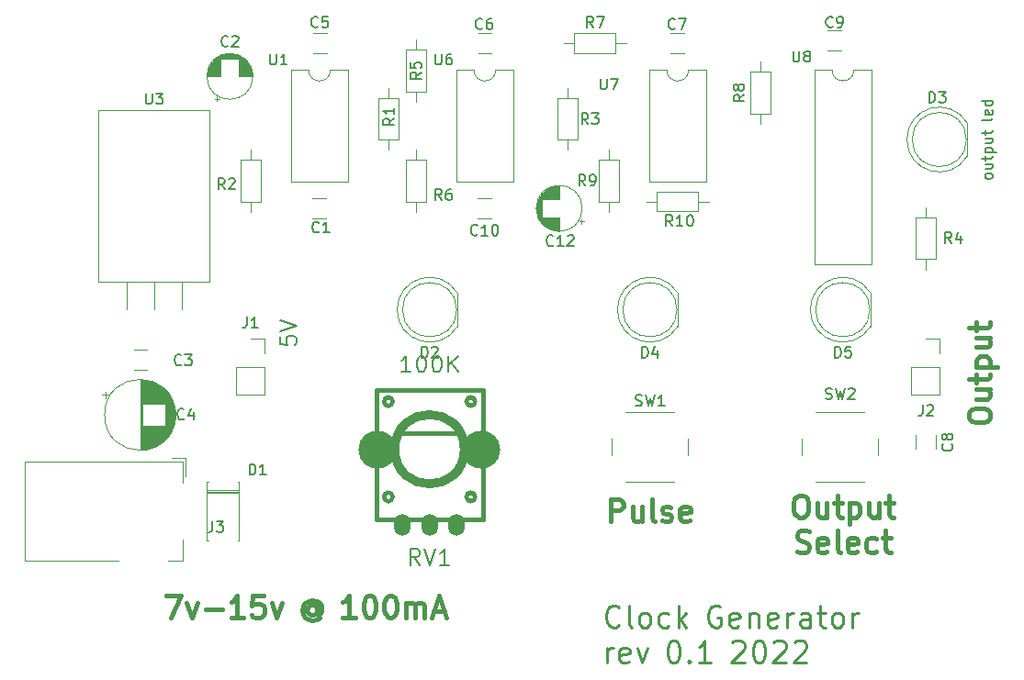
<source format=gto>
%TF.GenerationSoftware,KiCad,Pcbnew,6.99.0-unknown-38bd612c01~148~ubuntu21.10.1*%
%TF.CreationDate,2022-03-28T19:56:38+02:00*%
%TF.ProjectId,clockmodule,636c6f63-6b6d-46f6-9475-6c652e6b6963,rev?*%
%TF.SameCoordinates,PX47868c0PY17d7840*%
%TF.FileFunction,Legend,Top*%
%TF.FilePolarity,Positive*%
%FSLAX46Y46*%
G04 Gerber Fmt 4.6, Leading zero omitted, Abs format (unit mm)*
G04 Created by KiCad (PCBNEW 6.99.0-unknown-38bd612c01~148~ubuntu21.10.1) date 2022-03-28 19:56:38*
%MOMM*%
%LPD*%
G01*
G04 APERTURE LIST*
%ADD10C,0.250000*%
%ADD11C,0.187500*%
%ADD12C,0.400000*%
%ADD13C,0.150000*%
%ADD14C,0.200660*%
%ADD15C,0.120000*%
%ADD16C,0.381000*%
%ADD17C,3.500000*%
%ADD18O,1.500000X2.000000*%
G04 APERTURE END LIST*
D10*
X51714047Y-59184285D02*
X51618809Y-59279523D01*
X51618809Y-59279523D02*
X51333095Y-59374761D01*
X51333095Y-59374761D02*
X51142619Y-59374761D01*
X51142619Y-59374761D02*
X50856904Y-59279523D01*
X50856904Y-59279523D02*
X50666428Y-59089047D01*
X50666428Y-59089047D02*
X50571190Y-58898571D01*
X50571190Y-58898571D02*
X50475952Y-58517619D01*
X50475952Y-58517619D02*
X50475952Y-58231904D01*
X50475952Y-58231904D02*
X50571190Y-57850952D01*
X50571190Y-57850952D02*
X50666428Y-57660476D01*
X50666428Y-57660476D02*
X50856904Y-57470000D01*
X50856904Y-57470000D02*
X51142619Y-57374761D01*
X51142619Y-57374761D02*
X51333095Y-57374761D01*
X51333095Y-57374761D02*
X51618809Y-57470000D01*
X51618809Y-57470000D02*
X51714047Y-57565238D01*
X52856904Y-59374761D02*
X52666428Y-59279523D01*
X52666428Y-59279523D02*
X52571190Y-59089047D01*
X52571190Y-59089047D02*
X52571190Y-57374761D01*
X53904523Y-59374761D02*
X53714047Y-59279523D01*
X53714047Y-59279523D02*
X53618809Y-59184285D01*
X53618809Y-59184285D02*
X53523571Y-58993809D01*
X53523571Y-58993809D02*
X53523571Y-58422380D01*
X53523571Y-58422380D02*
X53618809Y-58231904D01*
X53618809Y-58231904D02*
X53714047Y-58136666D01*
X53714047Y-58136666D02*
X53904523Y-58041428D01*
X53904523Y-58041428D02*
X54190238Y-58041428D01*
X54190238Y-58041428D02*
X54380714Y-58136666D01*
X54380714Y-58136666D02*
X54475952Y-58231904D01*
X54475952Y-58231904D02*
X54571190Y-58422380D01*
X54571190Y-58422380D02*
X54571190Y-58993809D01*
X54571190Y-58993809D02*
X54475952Y-59184285D01*
X54475952Y-59184285D02*
X54380714Y-59279523D01*
X54380714Y-59279523D02*
X54190238Y-59374761D01*
X54190238Y-59374761D02*
X53904523Y-59374761D01*
X56285476Y-59279523D02*
X56095000Y-59374761D01*
X56095000Y-59374761D02*
X55714047Y-59374761D01*
X55714047Y-59374761D02*
X55523571Y-59279523D01*
X55523571Y-59279523D02*
X55428333Y-59184285D01*
X55428333Y-59184285D02*
X55333095Y-58993809D01*
X55333095Y-58993809D02*
X55333095Y-58422380D01*
X55333095Y-58422380D02*
X55428333Y-58231904D01*
X55428333Y-58231904D02*
X55523571Y-58136666D01*
X55523571Y-58136666D02*
X55714047Y-58041428D01*
X55714047Y-58041428D02*
X56095000Y-58041428D01*
X56095000Y-58041428D02*
X56285476Y-58136666D01*
X57142619Y-59374761D02*
X57142619Y-57374761D01*
X57333095Y-58612857D02*
X57904524Y-59374761D01*
X57904524Y-58041428D02*
X57142619Y-58803333D01*
X61009286Y-57470000D02*
X60818810Y-57374761D01*
X60818810Y-57374761D02*
X60533096Y-57374761D01*
X60533096Y-57374761D02*
X60247381Y-57470000D01*
X60247381Y-57470000D02*
X60056905Y-57660476D01*
X60056905Y-57660476D02*
X59961667Y-57850952D01*
X59961667Y-57850952D02*
X59866429Y-58231904D01*
X59866429Y-58231904D02*
X59866429Y-58517619D01*
X59866429Y-58517619D02*
X59961667Y-58898571D01*
X59961667Y-58898571D02*
X60056905Y-59089047D01*
X60056905Y-59089047D02*
X60247381Y-59279523D01*
X60247381Y-59279523D02*
X60533096Y-59374761D01*
X60533096Y-59374761D02*
X60723572Y-59374761D01*
X60723572Y-59374761D02*
X61009286Y-59279523D01*
X61009286Y-59279523D02*
X61104524Y-59184285D01*
X61104524Y-59184285D02*
X61104524Y-58517619D01*
X61104524Y-58517619D02*
X60723572Y-58517619D01*
X62723572Y-59279523D02*
X62533096Y-59374761D01*
X62533096Y-59374761D02*
X62152143Y-59374761D01*
X62152143Y-59374761D02*
X61961667Y-59279523D01*
X61961667Y-59279523D02*
X61866429Y-59089047D01*
X61866429Y-59089047D02*
X61866429Y-58327142D01*
X61866429Y-58327142D02*
X61961667Y-58136666D01*
X61961667Y-58136666D02*
X62152143Y-58041428D01*
X62152143Y-58041428D02*
X62533096Y-58041428D01*
X62533096Y-58041428D02*
X62723572Y-58136666D01*
X62723572Y-58136666D02*
X62818810Y-58327142D01*
X62818810Y-58327142D02*
X62818810Y-58517619D01*
X62818810Y-58517619D02*
X61866429Y-58708095D01*
X63675953Y-58041428D02*
X63675953Y-59374761D01*
X63675953Y-58231904D02*
X63771191Y-58136666D01*
X63771191Y-58136666D02*
X63961667Y-58041428D01*
X63961667Y-58041428D02*
X64247382Y-58041428D01*
X64247382Y-58041428D02*
X64437858Y-58136666D01*
X64437858Y-58136666D02*
X64533096Y-58327142D01*
X64533096Y-58327142D02*
X64533096Y-59374761D01*
X66247382Y-59279523D02*
X66056906Y-59374761D01*
X66056906Y-59374761D02*
X65675953Y-59374761D01*
X65675953Y-59374761D02*
X65485477Y-59279523D01*
X65485477Y-59279523D02*
X65390239Y-59089047D01*
X65390239Y-59089047D02*
X65390239Y-58327142D01*
X65390239Y-58327142D02*
X65485477Y-58136666D01*
X65485477Y-58136666D02*
X65675953Y-58041428D01*
X65675953Y-58041428D02*
X66056906Y-58041428D01*
X66056906Y-58041428D02*
X66247382Y-58136666D01*
X66247382Y-58136666D02*
X66342620Y-58327142D01*
X66342620Y-58327142D02*
X66342620Y-58517619D01*
X66342620Y-58517619D02*
X65390239Y-58708095D01*
X67199763Y-59374761D02*
X67199763Y-58041428D01*
X67199763Y-58422380D02*
X67295001Y-58231904D01*
X67295001Y-58231904D02*
X67390239Y-58136666D01*
X67390239Y-58136666D02*
X67580715Y-58041428D01*
X67580715Y-58041428D02*
X67771192Y-58041428D01*
X69295001Y-59374761D02*
X69295001Y-58327142D01*
X69295001Y-58327142D02*
X69199763Y-58136666D01*
X69199763Y-58136666D02*
X69009287Y-58041428D01*
X69009287Y-58041428D02*
X68628334Y-58041428D01*
X68628334Y-58041428D02*
X68437858Y-58136666D01*
X69295001Y-59279523D02*
X69104525Y-59374761D01*
X69104525Y-59374761D02*
X68628334Y-59374761D01*
X68628334Y-59374761D02*
X68437858Y-59279523D01*
X68437858Y-59279523D02*
X68342620Y-59089047D01*
X68342620Y-59089047D02*
X68342620Y-58898571D01*
X68342620Y-58898571D02*
X68437858Y-58708095D01*
X68437858Y-58708095D02*
X68628334Y-58612857D01*
X68628334Y-58612857D02*
X69104525Y-58612857D01*
X69104525Y-58612857D02*
X69295001Y-58517619D01*
X69961668Y-58041428D02*
X70723572Y-58041428D01*
X70247382Y-57374761D02*
X70247382Y-59089047D01*
X70247382Y-59089047D02*
X70342620Y-59279523D01*
X70342620Y-59279523D02*
X70533096Y-59374761D01*
X70533096Y-59374761D02*
X70723572Y-59374761D01*
X71675953Y-59374761D02*
X71485477Y-59279523D01*
X71485477Y-59279523D02*
X71390239Y-59184285D01*
X71390239Y-59184285D02*
X71295001Y-58993809D01*
X71295001Y-58993809D02*
X71295001Y-58422380D01*
X71295001Y-58422380D02*
X71390239Y-58231904D01*
X71390239Y-58231904D02*
X71485477Y-58136666D01*
X71485477Y-58136666D02*
X71675953Y-58041428D01*
X71675953Y-58041428D02*
X71961668Y-58041428D01*
X71961668Y-58041428D02*
X72152144Y-58136666D01*
X72152144Y-58136666D02*
X72247382Y-58231904D01*
X72247382Y-58231904D02*
X72342620Y-58422380D01*
X72342620Y-58422380D02*
X72342620Y-58993809D01*
X72342620Y-58993809D02*
X72247382Y-59184285D01*
X72247382Y-59184285D02*
X72152144Y-59279523D01*
X72152144Y-59279523D02*
X71961668Y-59374761D01*
X71961668Y-59374761D02*
X71675953Y-59374761D01*
X73199763Y-59374761D02*
X73199763Y-58041428D01*
X73199763Y-58422380D02*
X73295001Y-58231904D01*
X73295001Y-58231904D02*
X73390239Y-58136666D01*
X73390239Y-58136666D02*
X73580715Y-58041428D01*
X73580715Y-58041428D02*
X73771192Y-58041428D01*
X50571190Y-62614761D02*
X50571190Y-61281428D01*
X50571190Y-61662380D02*
X50666428Y-61471904D01*
X50666428Y-61471904D02*
X50761666Y-61376666D01*
X50761666Y-61376666D02*
X50952142Y-61281428D01*
X50952142Y-61281428D02*
X51142619Y-61281428D01*
X52571190Y-62519523D02*
X52380714Y-62614761D01*
X52380714Y-62614761D02*
X51999761Y-62614761D01*
X51999761Y-62614761D02*
X51809285Y-62519523D01*
X51809285Y-62519523D02*
X51714047Y-62329047D01*
X51714047Y-62329047D02*
X51714047Y-61567142D01*
X51714047Y-61567142D02*
X51809285Y-61376666D01*
X51809285Y-61376666D02*
X51999761Y-61281428D01*
X51999761Y-61281428D02*
X52380714Y-61281428D01*
X52380714Y-61281428D02*
X52571190Y-61376666D01*
X52571190Y-61376666D02*
X52666428Y-61567142D01*
X52666428Y-61567142D02*
X52666428Y-61757619D01*
X52666428Y-61757619D02*
X51714047Y-61948095D01*
X53333095Y-61281428D02*
X53809285Y-62614761D01*
X53809285Y-62614761D02*
X54285476Y-61281428D01*
X56628333Y-60614761D02*
X56818810Y-60614761D01*
X56818810Y-60614761D02*
X57009286Y-60710000D01*
X57009286Y-60710000D02*
X57104524Y-60805238D01*
X57104524Y-60805238D02*
X57199762Y-60995714D01*
X57199762Y-60995714D02*
X57295000Y-61376666D01*
X57295000Y-61376666D02*
X57295000Y-61852857D01*
X57295000Y-61852857D02*
X57199762Y-62233809D01*
X57199762Y-62233809D02*
X57104524Y-62424285D01*
X57104524Y-62424285D02*
X57009286Y-62519523D01*
X57009286Y-62519523D02*
X56818810Y-62614761D01*
X56818810Y-62614761D02*
X56628333Y-62614761D01*
X56628333Y-62614761D02*
X56437857Y-62519523D01*
X56437857Y-62519523D02*
X56342619Y-62424285D01*
X56342619Y-62424285D02*
X56247381Y-62233809D01*
X56247381Y-62233809D02*
X56152143Y-61852857D01*
X56152143Y-61852857D02*
X56152143Y-61376666D01*
X56152143Y-61376666D02*
X56247381Y-60995714D01*
X56247381Y-60995714D02*
X56342619Y-60805238D01*
X56342619Y-60805238D02*
X56437857Y-60710000D01*
X56437857Y-60710000D02*
X56628333Y-60614761D01*
X58152143Y-62424285D02*
X58247381Y-62519523D01*
X58247381Y-62519523D02*
X58152143Y-62614761D01*
X58152143Y-62614761D02*
X58056905Y-62519523D01*
X58056905Y-62519523D02*
X58152143Y-62424285D01*
X58152143Y-62424285D02*
X58152143Y-62614761D01*
X60152143Y-62614761D02*
X59009286Y-62614761D01*
X59580714Y-62614761D02*
X59580714Y-60614761D01*
X59580714Y-60614761D02*
X59390238Y-60900476D01*
X59390238Y-60900476D02*
X59199762Y-61090952D01*
X59199762Y-61090952D02*
X59009286Y-61186190D01*
X62114048Y-60805238D02*
X62209286Y-60710000D01*
X62209286Y-60710000D02*
X62399762Y-60614761D01*
X62399762Y-60614761D02*
X62875953Y-60614761D01*
X62875953Y-60614761D02*
X63066429Y-60710000D01*
X63066429Y-60710000D02*
X63161667Y-60805238D01*
X63161667Y-60805238D02*
X63256905Y-60995714D01*
X63256905Y-60995714D02*
X63256905Y-61186190D01*
X63256905Y-61186190D02*
X63161667Y-61471904D01*
X63161667Y-61471904D02*
X62018810Y-62614761D01*
X62018810Y-62614761D02*
X63256905Y-62614761D01*
X64495000Y-60614761D02*
X64685477Y-60614761D01*
X64685477Y-60614761D02*
X64875953Y-60710000D01*
X64875953Y-60710000D02*
X64971191Y-60805238D01*
X64971191Y-60805238D02*
X65066429Y-60995714D01*
X65066429Y-60995714D02*
X65161667Y-61376666D01*
X65161667Y-61376666D02*
X65161667Y-61852857D01*
X65161667Y-61852857D02*
X65066429Y-62233809D01*
X65066429Y-62233809D02*
X64971191Y-62424285D01*
X64971191Y-62424285D02*
X64875953Y-62519523D01*
X64875953Y-62519523D02*
X64685477Y-62614761D01*
X64685477Y-62614761D02*
X64495000Y-62614761D01*
X64495000Y-62614761D02*
X64304524Y-62519523D01*
X64304524Y-62519523D02*
X64209286Y-62424285D01*
X64209286Y-62424285D02*
X64114048Y-62233809D01*
X64114048Y-62233809D02*
X64018810Y-61852857D01*
X64018810Y-61852857D02*
X64018810Y-61376666D01*
X64018810Y-61376666D02*
X64114048Y-60995714D01*
X64114048Y-60995714D02*
X64209286Y-60805238D01*
X64209286Y-60805238D02*
X64304524Y-60710000D01*
X64304524Y-60710000D02*
X64495000Y-60614761D01*
X65923572Y-60805238D02*
X66018810Y-60710000D01*
X66018810Y-60710000D02*
X66209286Y-60614761D01*
X66209286Y-60614761D02*
X66685477Y-60614761D01*
X66685477Y-60614761D02*
X66875953Y-60710000D01*
X66875953Y-60710000D02*
X66971191Y-60805238D01*
X66971191Y-60805238D02*
X67066429Y-60995714D01*
X67066429Y-60995714D02*
X67066429Y-61186190D01*
X67066429Y-61186190D02*
X66971191Y-61471904D01*
X66971191Y-61471904D02*
X65828334Y-62614761D01*
X65828334Y-62614761D02*
X67066429Y-62614761D01*
X67828334Y-60805238D02*
X67923572Y-60710000D01*
X67923572Y-60710000D02*
X68114048Y-60614761D01*
X68114048Y-60614761D02*
X68590239Y-60614761D01*
X68590239Y-60614761D02*
X68780715Y-60710000D01*
X68780715Y-60710000D02*
X68875953Y-60805238D01*
X68875953Y-60805238D02*
X68971191Y-60995714D01*
X68971191Y-60995714D02*
X68971191Y-61186190D01*
X68971191Y-61186190D02*
X68875953Y-61471904D01*
X68875953Y-61471904D02*
X67733096Y-62614761D01*
X67733096Y-62614761D02*
X68971191Y-62614761D01*
D11*
X20428571Y-32535713D02*
X20428571Y-33249999D01*
X20428571Y-33249999D02*
X21142857Y-33321427D01*
X21142857Y-33321427D02*
X21071428Y-33249999D01*
X21071428Y-33249999D02*
X21000000Y-33107142D01*
X21000000Y-33107142D02*
X21000000Y-32749999D01*
X21000000Y-32749999D02*
X21071428Y-32607142D01*
X21071428Y-32607142D02*
X21142857Y-32535713D01*
X21142857Y-32535713D02*
X21285714Y-32464284D01*
X21285714Y-32464284D02*
X21642857Y-32464284D01*
X21642857Y-32464284D02*
X21785714Y-32535713D01*
X21785714Y-32535713D02*
X21857142Y-32607142D01*
X21857142Y-32607142D02*
X21928571Y-32749999D01*
X21928571Y-32749999D02*
X21928571Y-33107142D01*
X21928571Y-33107142D02*
X21857142Y-33249999D01*
X21857142Y-33249999D02*
X21785714Y-33321427D01*
X20428571Y-32035713D02*
X21928571Y-31535713D01*
X21928571Y-31535713D02*
X20428571Y-31035713D01*
D12*
X9923332Y-56454761D02*
X11256665Y-56454761D01*
X11256665Y-56454761D02*
X10399522Y-58454761D01*
X11828094Y-57121428D02*
X12304284Y-58454761D01*
X12304284Y-58454761D02*
X12780475Y-57121428D01*
X13542380Y-57692857D02*
X15066190Y-57692857D01*
X17066189Y-58454761D02*
X15923332Y-58454761D01*
X16494760Y-58454761D02*
X16494760Y-56454761D01*
X16494760Y-56454761D02*
X16304284Y-56740476D01*
X16304284Y-56740476D02*
X16113808Y-56930952D01*
X16113808Y-56930952D02*
X15923332Y-57026190D01*
X18875713Y-56454761D02*
X17923332Y-56454761D01*
X17923332Y-56454761D02*
X17828094Y-57407142D01*
X17828094Y-57407142D02*
X17923332Y-57311904D01*
X17923332Y-57311904D02*
X18113808Y-57216666D01*
X18113808Y-57216666D02*
X18589999Y-57216666D01*
X18589999Y-57216666D02*
X18780475Y-57311904D01*
X18780475Y-57311904D02*
X18875713Y-57407142D01*
X18875713Y-57407142D02*
X18970951Y-57597619D01*
X18970951Y-57597619D02*
X18970951Y-58073809D01*
X18970951Y-58073809D02*
X18875713Y-58264285D01*
X18875713Y-58264285D02*
X18780475Y-58359523D01*
X18780475Y-58359523D02*
X18589999Y-58454761D01*
X18589999Y-58454761D02*
X18113808Y-58454761D01*
X18113808Y-58454761D02*
X17923332Y-58359523D01*
X17923332Y-58359523D02*
X17828094Y-58264285D01*
X19637618Y-57121428D02*
X20113808Y-58454761D01*
X20113808Y-58454761D02*
X20589999Y-57121428D01*
X23789999Y-57502380D02*
X23694761Y-57407142D01*
X23694761Y-57407142D02*
X23504285Y-57311904D01*
X23504285Y-57311904D02*
X23313809Y-57311904D01*
X23313809Y-57311904D02*
X23123333Y-57407142D01*
X23123333Y-57407142D02*
X23028094Y-57502380D01*
X23028094Y-57502380D02*
X22932856Y-57692857D01*
X22932856Y-57692857D02*
X22932856Y-57883333D01*
X22932856Y-57883333D02*
X23028094Y-58073809D01*
X23028094Y-58073809D02*
X23123333Y-58169047D01*
X23123333Y-58169047D02*
X23313809Y-58264285D01*
X23313809Y-58264285D02*
X23504285Y-58264285D01*
X23504285Y-58264285D02*
X23694761Y-58169047D01*
X23694761Y-58169047D02*
X23789999Y-58073809D01*
X23789999Y-57311904D02*
X23789999Y-58073809D01*
X23789999Y-58073809D02*
X23885237Y-58169047D01*
X23885237Y-58169047D02*
X23980475Y-58169047D01*
X23980475Y-58169047D02*
X24170952Y-58073809D01*
X24170952Y-58073809D02*
X24266190Y-57883333D01*
X24266190Y-57883333D02*
X24266190Y-57407142D01*
X24266190Y-57407142D02*
X24075714Y-57121428D01*
X24075714Y-57121428D02*
X23789999Y-56930952D01*
X23789999Y-56930952D02*
X23409047Y-56835714D01*
X23409047Y-56835714D02*
X23028094Y-56930952D01*
X23028094Y-56930952D02*
X22742380Y-57121428D01*
X22742380Y-57121428D02*
X22551904Y-57407142D01*
X22551904Y-57407142D02*
X22456666Y-57788095D01*
X22456666Y-57788095D02*
X22551904Y-58169047D01*
X22551904Y-58169047D02*
X22742380Y-58454761D01*
X22742380Y-58454761D02*
X23028094Y-58645238D01*
X23028094Y-58645238D02*
X23409047Y-58740476D01*
X23409047Y-58740476D02*
X23789999Y-58645238D01*
X23789999Y-58645238D02*
X24075714Y-58454761D01*
X27370952Y-58454761D02*
X26228095Y-58454761D01*
X26799523Y-58454761D02*
X26799523Y-56454761D01*
X26799523Y-56454761D02*
X26609047Y-56740476D01*
X26609047Y-56740476D02*
X26418571Y-56930952D01*
X26418571Y-56930952D02*
X26228095Y-57026190D01*
X28609047Y-56454761D02*
X28799524Y-56454761D01*
X28799524Y-56454761D02*
X28990000Y-56550000D01*
X28990000Y-56550000D02*
X29085238Y-56645238D01*
X29085238Y-56645238D02*
X29180476Y-56835714D01*
X29180476Y-56835714D02*
X29275714Y-57216666D01*
X29275714Y-57216666D02*
X29275714Y-57692857D01*
X29275714Y-57692857D02*
X29180476Y-58073809D01*
X29180476Y-58073809D02*
X29085238Y-58264285D01*
X29085238Y-58264285D02*
X28990000Y-58359523D01*
X28990000Y-58359523D02*
X28799524Y-58454761D01*
X28799524Y-58454761D02*
X28609047Y-58454761D01*
X28609047Y-58454761D02*
X28418571Y-58359523D01*
X28418571Y-58359523D02*
X28323333Y-58264285D01*
X28323333Y-58264285D02*
X28228095Y-58073809D01*
X28228095Y-58073809D02*
X28132857Y-57692857D01*
X28132857Y-57692857D02*
X28132857Y-57216666D01*
X28132857Y-57216666D02*
X28228095Y-56835714D01*
X28228095Y-56835714D02*
X28323333Y-56645238D01*
X28323333Y-56645238D02*
X28418571Y-56550000D01*
X28418571Y-56550000D02*
X28609047Y-56454761D01*
X30513809Y-56454761D02*
X30704286Y-56454761D01*
X30704286Y-56454761D02*
X30894762Y-56550000D01*
X30894762Y-56550000D02*
X30990000Y-56645238D01*
X30990000Y-56645238D02*
X31085238Y-56835714D01*
X31085238Y-56835714D02*
X31180476Y-57216666D01*
X31180476Y-57216666D02*
X31180476Y-57692857D01*
X31180476Y-57692857D02*
X31085238Y-58073809D01*
X31085238Y-58073809D02*
X30990000Y-58264285D01*
X30990000Y-58264285D02*
X30894762Y-58359523D01*
X30894762Y-58359523D02*
X30704286Y-58454761D01*
X30704286Y-58454761D02*
X30513809Y-58454761D01*
X30513809Y-58454761D02*
X30323333Y-58359523D01*
X30323333Y-58359523D02*
X30228095Y-58264285D01*
X30228095Y-58264285D02*
X30132857Y-58073809D01*
X30132857Y-58073809D02*
X30037619Y-57692857D01*
X30037619Y-57692857D02*
X30037619Y-57216666D01*
X30037619Y-57216666D02*
X30132857Y-56835714D01*
X30132857Y-56835714D02*
X30228095Y-56645238D01*
X30228095Y-56645238D02*
X30323333Y-56550000D01*
X30323333Y-56550000D02*
X30513809Y-56454761D01*
X32037619Y-58454761D02*
X32037619Y-57121428D01*
X32037619Y-57311904D02*
X32132857Y-57216666D01*
X32132857Y-57216666D02*
X32323333Y-57121428D01*
X32323333Y-57121428D02*
X32609048Y-57121428D01*
X32609048Y-57121428D02*
X32799524Y-57216666D01*
X32799524Y-57216666D02*
X32894762Y-57407142D01*
X32894762Y-57407142D02*
X32894762Y-58454761D01*
X32894762Y-57407142D02*
X32990000Y-57216666D01*
X32990000Y-57216666D02*
X33180476Y-57121428D01*
X33180476Y-57121428D02*
X33466190Y-57121428D01*
X33466190Y-57121428D02*
X33656667Y-57216666D01*
X33656667Y-57216666D02*
X33751905Y-57407142D01*
X33751905Y-57407142D02*
X33751905Y-58454761D01*
X34609048Y-57883333D02*
X35561429Y-57883333D01*
X34418572Y-58454761D02*
X35085238Y-56454761D01*
X35085238Y-56454761D02*
X35751905Y-58454761D01*
D13*
X86107380Y-17812857D02*
X86059761Y-17908095D01*
X86059761Y-17908095D02*
X86012142Y-17955714D01*
X86012142Y-17955714D02*
X85916904Y-18003333D01*
X85916904Y-18003333D02*
X85631190Y-18003333D01*
X85631190Y-18003333D02*
X85535952Y-17955714D01*
X85535952Y-17955714D02*
X85488333Y-17908095D01*
X85488333Y-17908095D02*
X85440714Y-17812857D01*
X85440714Y-17812857D02*
X85440714Y-17670000D01*
X85440714Y-17670000D02*
X85488333Y-17574762D01*
X85488333Y-17574762D02*
X85535952Y-17527143D01*
X85535952Y-17527143D02*
X85631190Y-17479524D01*
X85631190Y-17479524D02*
X85916904Y-17479524D01*
X85916904Y-17479524D02*
X86012142Y-17527143D01*
X86012142Y-17527143D02*
X86059761Y-17574762D01*
X86059761Y-17574762D02*
X86107380Y-17670000D01*
X86107380Y-17670000D02*
X86107380Y-17812857D01*
X85440714Y-16622381D02*
X86107380Y-16622381D01*
X85440714Y-17050952D02*
X85964523Y-17050952D01*
X85964523Y-17050952D02*
X86059761Y-17003333D01*
X86059761Y-17003333D02*
X86107380Y-16908095D01*
X86107380Y-16908095D02*
X86107380Y-16765238D01*
X86107380Y-16765238D02*
X86059761Y-16670000D01*
X86059761Y-16670000D02*
X86012142Y-16622381D01*
X85440714Y-16289047D02*
X85440714Y-15908095D01*
X85107380Y-16146190D02*
X85964523Y-16146190D01*
X85964523Y-16146190D02*
X86059761Y-16098571D01*
X86059761Y-16098571D02*
X86107380Y-16003333D01*
X86107380Y-16003333D02*
X86107380Y-15908095D01*
X85440714Y-15574761D02*
X86440714Y-15574761D01*
X85488333Y-15574761D02*
X85440714Y-15479523D01*
X85440714Y-15479523D02*
X85440714Y-15289047D01*
X85440714Y-15289047D02*
X85488333Y-15193809D01*
X85488333Y-15193809D02*
X85535952Y-15146190D01*
X85535952Y-15146190D02*
X85631190Y-15098571D01*
X85631190Y-15098571D02*
X85916904Y-15098571D01*
X85916904Y-15098571D02*
X86012142Y-15146190D01*
X86012142Y-15146190D02*
X86059761Y-15193809D01*
X86059761Y-15193809D02*
X86107380Y-15289047D01*
X86107380Y-15289047D02*
X86107380Y-15479523D01*
X86107380Y-15479523D02*
X86059761Y-15574761D01*
X85440714Y-14241428D02*
X86107380Y-14241428D01*
X85440714Y-14669999D02*
X85964523Y-14669999D01*
X85964523Y-14669999D02*
X86059761Y-14622380D01*
X86059761Y-14622380D02*
X86107380Y-14527142D01*
X86107380Y-14527142D02*
X86107380Y-14384285D01*
X86107380Y-14384285D02*
X86059761Y-14289047D01*
X86059761Y-14289047D02*
X86012142Y-14241428D01*
X85440714Y-13908094D02*
X85440714Y-13527142D01*
X85107380Y-13765237D02*
X85964523Y-13765237D01*
X85964523Y-13765237D02*
X86059761Y-13717618D01*
X86059761Y-13717618D02*
X86107380Y-13622380D01*
X86107380Y-13622380D02*
X86107380Y-13527142D01*
X86107380Y-12450951D02*
X86059761Y-12546189D01*
X86059761Y-12546189D02*
X85964523Y-12593808D01*
X85964523Y-12593808D02*
X85107380Y-12593808D01*
X86059761Y-11689046D02*
X86107380Y-11784284D01*
X86107380Y-11784284D02*
X86107380Y-11974760D01*
X86107380Y-11974760D02*
X86059761Y-12069998D01*
X86059761Y-12069998D02*
X85964523Y-12117617D01*
X85964523Y-12117617D02*
X85583571Y-12117617D01*
X85583571Y-12117617D02*
X85488333Y-12069998D01*
X85488333Y-12069998D02*
X85440714Y-11974760D01*
X85440714Y-11974760D02*
X85440714Y-11784284D01*
X85440714Y-11784284D02*
X85488333Y-11689046D01*
X85488333Y-11689046D02*
X85583571Y-11641427D01*
X85583571Y-11641427D02*
X85678809Y-11641427D01*
X85678809Y-11641427D02*
X85774047Y-12117617D01*
X86107380Y-10784284D02*
X85107380Y-10784284D01*
X86059761Y-10784284D02*
X86107380Y-10879522D01*
X86107380Y-10879522D02*
X86107380Y-11069998D01*
X86107380Y-11069998D02*
X86059761Y-11165236D01*
X86059761Y-11165236D02*
X86012142Y-11212855D01*
X86012142Y-11212855D02*
X85916904Y-11260474D01*
X85916904Y-11260474D02*
X85631190Y-11260474D01*
X85631190Y-11260474D02*
X85535952Y-11212855D01*
X85535952Y-11212855D02*
X85488333Y-11165236D01*
X85488333Y-11165236D02*
X85440714Y-11069998D01*
X85440714Y-11069998D02*
X85440714Y-10879522D01*
X85440714Y-10879522D02*
X85488333Y-10784284D01*
D12*
X68272380Y-47214761D02*
X68653333Y-47214761D01*
X68653333Y-47214761D02*
X68843809Y-47310000D01*
X68843809Y-47310000D02*
X69034285Y-47500476D01*
X69034285Y-47500476D02*
X69129523Y-47881428D01*
X69129523Y-47881428D02*
X69129523Y-48548095D01*
X69129523Y-48548095D02*
X69034285Y-48929047D01*
X69034285Y-48929047D02*
X68843809Y-49119523D01*
X68843809Y-49119523D02*
X68653333Y-49214761D01*
X68653333Y-49214761D02*
X68272380Y-49214761D01*
X68272380Y-49214761D02*
X68081904Y-49119523D01*
X68081904Y-49119523D02*
X67891428Y-48929047D01*
X67891428Y-48929047D02*
X67796190Y-48548095D01*
X67796190Y-48548095D02*
X67796190Y-47881428D01*
X67796190Y-47881428D02*
X67891428Y-47500476D01*
X67891428Y-47500476D02*
X68081904Y-47310000D01*
X68081904Y-47310000D02*
X68272380Y-47214761D01*
X70843809Y-47881428D02*
X70843809Y-49214761D01*
X69986666Y-47881428D02*
X69986666Y-48929047D01*
X69986666Y-48929047D02*
X70081904Y-49119523D01*
X70081904Y-49119523D02*
X70272380Y-49214761D01*
X70272380Y-49214761D02*
X70558095Y-49214761D01*
X70558095Y-49214761D02*
X70748571Y-49119523D01*
X70748571Y-49119523D02*
X70843809Y-49024285D01*
X71510476Y-47881428D02*
X72272380Y-47881428D01*
X71796190Y-47214761D02*
X71796190Y-48929047D01*
X71796190Y-48929047D02*
X71891428Y-49119523D01*
X71891428Y-49119523D02*
X72081904Y-49214761D01*
X72081904Y-49214761D02*
X72272380Y-49214761D01*
X72939047Y-47881428D02*
X72939047Y-49881428D01*
X72939047Y-47976666D02*
X73129523Y-47881428D01*
X73129523Y-47881428D02*
X73510476Y-47881428D01*
X73510476Y-47881428D02*
X73700952Y-47976666D01*
X73700952Y-47976666D02*
X73796190Y-48071904D01*
X73796190Y-48071904D02*
X73891428Y-48262380D01*
X73891428Y-48262380D02*
X73891428Y-48833809D01*
X73891428Y-48833809D02*
X73796190Y-49024285D01*
X73796190Y-49024285D02*
X73700952Y-49119523D01*
X73700952Y-49119523D02*
X73510476Y-49214761D01*
X73510476Y-49214761D02*
X73129523Y-49214761D01*
X73129523Y-49214761D02*
X72939047Y-49119523D01*
X75605714Y-47881428D02*
X75605714Y-49214761D01*
X74748571Y-47881428D02*
X74748571Y-48929047D01*
X74748571Y-48929047D02*
X74843809Y-49119523D01*
X74843809Y-49119523D02*
X75034285Y-49214761D01*
X75034285Y-49214761D02*
X75320000Y-49214761D01*
X75320000Y-49214761D02*
X75510476Y-49119523D01*
X75510476Y-49119523D02*
X75605714Y-49024285D01*
X76272381Y-47881428D02*
X77034285Y-47881428D01*
X76558095Y-47214761D02*
X76558095Y-48929047D01*
X76558095Y-48929047D02*
X76653333Y-49119523D01*
X76653333Y-49119523D02*
X76843809Y-49214761D01*
X76843809Y-49214761D02*
X77034285Y-49214761D01*
X68081904Y-52359523D02*
X68367618Y-52454761D01*
X68367618Y-52454761D02*
X68843809Y-52454761D01*
X68843809Y-52454761D02*
X69034285Y-52359523D01*
X69034285Y-52359523D02*
X69129523Y-52264285D01*
X69129523Y-52264285D02*
X69224761Y-52073809D01*
X69224761Y-52073809D02*
X69224761Y-51883333D01*
X69224761Y-51883333D02*
X69129523Y-51692857D01*
X69129523Y-51692857D02*
X69034285Y-51597619D01*
X69034285Y-51597619D02*
X68843809Y-51502380D01*
X68843809Y-51502380D02*
X68462856Y-51407142D01*
X68462856Y-51407142D02*
X68272380Y-51311904D01*
X68272380Y-51311904D02*
X68177142Y-51216666D01*
X68177142Y-51216666D02*
X68081904Y-51026190D01*
X68081904Y-51026190D02*
X68081904Y-50835714D01*
X68081904Y-50835714D02*
X68177142Y-50645238D01*
X68177142Y-50645238D02*
X68272380Y-50550000D01*
X68272380Y-50550000D02*
X68462856Y-50454761D01*
X68462856Y-50454761D02*
X68939047Y-50454761D01*
X68939047Y-50454761D02*
X69224761Y-50550000D01*
X70843809Y-52359523D02*
X70653333Y-52454761D01*
X70653333Y-52454761D02*
X70272380Y-52454761D01*
X70272380Y-52454761D02*
X70081904Y-52359523D01*
X70081904Y-52359523D02*
X69986666Y-52169047D01*
X69986666Y-52169047D02*
X69986666Y-51407142D01*
X69986666Y-51407142D02*
X70081904Y-51216666D01*
X70081904Y-51216666D02*
X70272380Y-51121428D01*
X70272380Y-51121428D02*
X70653333Y-51121428D01*
X70653333Y-51121428D02*
X70843809Y-51216666D01*
X70843809Y-51216666D02*
X70939047Y-51407142D01*
X70939047Y-51407142D02*
X70939047Y-51597619D01*
X70939047Y-51597619D02*
X69986666Y-51788095D01*
X72081904Y-52454761D02*
X71891428Y-52359523D01*
X71891428Y-52359523D02*
X71796190Y-52169047D01*
X71796190Y-52169047D02*
X71796190Y-50454761D01*
X73605714Y-52359523D02*
X73415238Y-52454761D01*
X73415238Y-52454761D02*
X73034285Y-52454761D01*
X73034285Y-52454761D02*
X72843809Y-52359523D01*
X72843809Y-52359523D02*
X72748571Y-52169047D01*
X72748571Y-52169047D02*
X72748571Y-51407142D01*
X72748571Y-51407142D02*
X72843809Y-51216666D01*
X72843809Y-51216666D02*
X73034285Y-51121428D01*
X73034285Y-51121428D02*
X73415238Y-51121428D01*
X73415238Y-51121428D02*
X73605714Y-51216666D01*
X73605714Y-51216666D02*
X73700952Y-51407142D01*
X73700952Y-51407142D02*
X73700952Y-51597619D01*
X73700952Y-51597619D02*
X72748571Y-51788095D01*
X75415238Y-52359523D02*
X75224762Y-52454761D01*
X75224762Y-52454761D02*
X74843809Y-52454761D01*
X74843809Y-52454761D02*
X74653333Y-52359523D01*
X74653333Y-52359523D02*
X74558095Y-52264285D01*
X74558095Y-52264285D02*
X74462857Y-52073809D01*
X74462857Y-52073809D02*
X74462857Y-51502380D01*
X74462857Y-51502380D02*
X74558095Y-51311904D01*
X74558095Y-51311904D02*
X74653333Y-51216666D01*
X74653333Y-51216666D02*
X74843809Y-51121428D01*
X74843809Y-51121428D02*
X75224762Y-51121428D01*
X75224762Y-51121428D02*
X75415238Y-51216666D01*
X75986667Y-51121428D02*
X76748571Y-51121428D01*
X76272381Y-50454761D02*
X76272381Y-52169047D01*
X76272381Y-52169047D02*
X76367619Y-52359523D01*
X76367619Y-52359523D02*
X76558095Y-52454761D01*
X76558095Y-52454761D02*
X76748571Y-52454761D01*
X50920952Y-49564761D02*
X50920952Y-47564761D01*
X50920952Y-47564761D02*
X51682857Y-47564761D01*
X51682857Y-47564761D02*
X51873333Y-47660000D01*
X51873333Y-47660000D02*
X51968571Y-47755238D01*
X51968571Y-47755238D02*
X52063809Y-47945714D01*
X52063809Y-47945714D02*
X52063809Y-48231428D01*
X52063809Y-48231428D02*
X51968571Y-48421904D01*
X51968571Y-48421904D02*
X51873333Y-48517142D01*
X51873333Y-48517142D02*
X51682857Y-48612380D01*
X51682857Y-48612380D02*
X50920952Y-48612380D01*
X53778095Y-48231428D02*
X53778095Y-49564761D01*
X52920952Y-48231428D02*
X52920952Y-49279047D01*
X52920952Y-49279047D02*
X53016190Y-49469523D01*
X53016190Y-49469523D02*
X53206666Y-49564761D01*
X53206666Y-49564761D02*
X53492381Y-49564761D01*
X53492381Y-49564761D02*
X53682857Y-49469523D01*
X53682857Y-49469523D02*
X53778095Y-49374285D01*
X55016190Y-49564761D02*
X54825714Y-49469523D01*
X54825714Y-49469523D02*
X54730476Y-49279047D01*
X54730476Y-49279047D02*
X54730476Y-47564761D01*
X55682857Y-49469523D02*
X55873333Y-49564761D01*
X55873333Y-49564761D02*
X56254285Y-49564761D01*
X56254285Y-49564761D02*
X56444762Y-49469523D01*
X56444762Y-49469523D02*
X56540000Y-49279047D01*
X56540000Y-49279047D02*
X56540000Y-49183809D01*
X56540000Y-49183809D02*
X56444762Y-48993333D01*
X56444762Y-48993333D02*
X56254285Y-48898095D01*
X56254285Y-48898095D02*
X55968571Y-48898095D01*
X55968571Y-48898095D02*
X55778095Y-48802857D01*
X55778095Y-48802857D02*
X55682857Y-48612380D01*
X55682857Y-48612380D02*
X55682857Y-48517142D01*
X55682857Y-48517142D02*
X55778095Y-48326666D01*
X55778095Y-48326666D02*
X55968571Y-48231428D01*
X55968571Y-48231428D02*
X56254285Y-48231428D01*
X56254285Y-48231428D02*
X56444762Y-48326666D01*
X58159048Y-49469523D02*
X57968572Y-49564761D01*
X57968572Y-49564761D02*
X57587619Y-49564761D01*
X57587619Y-49564761D02*
X57397143Y-49469523D01*
X57397143Y-49469523D02*
X57301905Y-49279047D01*
X57301905Y-49279047D02*
X57301905Y-48517142D01*
X57301905Y-48517142D02*
X57397143Y-48326666D01*
X57397143Y-48326666D02*
X57587619Y-48231428D01*
X57587619Y-48231428D02*
X57968572Y-48231428D01*
X57968572Y-48231428D02*
X58159048Y-48326666D01*
X58159048Y-48326666D02*
X58254286Y-48517142D01*
X58254286Y-48517142D02*
X58254286Y-48707619D01*
X58254286Y-48707619D02*
X57301905Y-48898095D01*
X83924761Y-40007619D02*
X83924761Y-39626666D01*
X83924761Y-39626666D02*
X84020000Y-39436190D01*
X84020000Y-39436190D02*
X84210476Y-39245714D01*
X84210476Y-39245714D02*
X84591428Y-39150476D01*
X84591428Y-39150476D02*
X85258095Y-39150476D01*
X85258095Y-39150476D02*
X85639047Y-39245714D01*
X85639047Y-39245714D02*
X85829523Y-39436190D01*
X85829523Y-39436190D02*
X85924761Y-39626666D01*
X85924761Y-39626666D02*
X85924761Y-40007619D01*
X85924761Y-40007619D02*
X85829523Y-40198095D01*
X85829523Y-40198095D02*
X85639047Y-40388571D01*
X85639047Y-40388571D02*
X85258095Y-40483809D01*
X85258095Y-40483809D02*
X84591428Y-40483809D01*
X84591428Y-40483809D02*
X84210476Y-40388571D01*
X84210476Y-40388571D02*
X84020000Y-40198095D01*
X84020000Y-40198095D02*
X83924761Y-40007619D01*
X84591428Y-37436190D02*
X85924761Y-37436190D01*
X84591428Y-38293333D02*
X85639047Y-38293333D01*
X85639047Y-38293333D02*
X85829523Y-38198095D01*
X85829523Y-38198095D02*
X85924761Y-38007619D01*
X85924761Y-38007619D02*
X85924761Y-37721904D01*
X85924761Y-37721904D02*
X85829523Y-37531428D01*
X85829523Y-37531428D02*
X85734285Y-37436190D01*
X84591428Y-36769523D02*
X84591428Y-36007619D01*
X83924761Y-36483809D02*
X85639047Y-36483809D01*
X85639047Y-36483809D02*
X85829523Y-36388571D01*
X85829523Y-36388571D02*
X85924761Y-36198095D01*
X85924761Y-36198095D02*
X85924761Y-36007619D01*
X84591428Y-35340952D02*
X86591428Y-35340952D01*
X84686666Y-35340952D02*
X84591428Y-35150476D01*
X84591428Y-35150476D02*
X84591428Y-34769523D01*
X84591428Y-34769523D02*
X84686666Y-34579047D01*
X84686666Y-34579047D02*
X84781904Y-34483809D01*
X84781904Y-34483809D02*
X84972380Y-34388571D01*
X84972380Y-34388571D02*
X85543809Y-34388571D01*
X85543809Y-34388571D02*
X85734285Y-34483809D01*
X85734285Y-34483809D02*
X85829523Y-34579047D01*
X85829523Y-34579047D02*
X85924761Y-34769523D01*
X85924761Y-34769523D02*
X85924761Y-35150476D01*
X85924761Y-35150476D02*
X85829523Y-35340952D01*
X84591428Y-32674285D02*
X85924761Y-32674285D01*
X84591428Y-33531428D02*
X85639047Y-33531428D01*
X85639047Y-33531428D02*
X85829523Y-33436190D01*
X85829523Y-33436190D02*
X85924761Y-33245714D01*
X85924761Y-33245714D02*
X85924761Y-32959999D01*
X85924761Y-32959999D02*
X85829523Y-32769523D01*
X85829523Y-32769523D02*
X85734285Y-32674285D01*
X84591428Y-32007618D02*
X84591428Y-31245714D01*
X83924761Y-31721904D02*
X85639047Y-31721904D01*
X85639047Y-31721904D02*
X85829523Y-31626666D01*
X85829523Y-31626666D02*
X85924761Y-31436190D01*
X85924761Y-31436190D02*
X85924761Y-31245714D01*
D13*
%TO.C,R9*%
X48583333Y-18622380D02*
X48250000Y-18146190D01*
X48011905Y-18622380D02*
X48011905Y-17622380D01*
X48011905Y-17622380D02*
X48392857Y-17622380D01*
X48392857Y-17622380D02*
X48488095Y-17670000D01*
X48488095Y-17670000D02*
X48535714Y-17717619D01*
X48535714Y-17717619D02*
X48583333Y-17812857D01*
X48583333Y-17812857D02*
X48583333Y-17955714D01*
X48583333Y-17955714D02*
X48535714Y-18050952D01*
X48535714Y-18050952D02*
X48488095Y-18098571D01*
X48488095Y-18098571D02*
X48392857Y-18146190D01*
X48392857Y-18146190D02*
X48011905Y-18146190D01*
X49059524Y-18622380D02*
X49250000Y-18622380D01*
X49250000Y-18622380D02*
X49345238Y-18574761D01*
X49345238Y-18574761D02*
X49392857Y-18527142D01*
X49392857Y-18527142D02*
X49488095Y-18384285D01*
X49488095Y-18384285D02*
X49535714Y-18193809D01*
X49535714Y-18193809D02*
X49535714Y-17812857D01*
X49535714Y-17812857D02*
X49488095Y-17717619D01*
X49488095Y-17717619D02*
X49440476Y-17670000D01*
X49440476Y-17670000D02*
X49345238Y-17622380D01*
X49345238Y-17622380D02*
X49154762Y-17622380D01*
X49154762Y-17622380D02*
X49059524Y-17670000D01*
X49059524Y-17670000D02*
X49011905Y-17717619D01*
X49011905Y-17717619D02*
X48964286Y-17812857D01*
X48964286Y-17812857D02*
X48964286Y-18050952D01*
X48964286Y-18050952D02*
X49011905Y-18146190D01*
X49011905Y-18146190D02*
X49059524Y-18193809D01*
X49059524Y-18193809D02*
X49154762Y-18241428D01*
X49154762Y-18241428D02*
X49345238Y-18241428D01*
X49345238Y-18241428D02*
X49440476Y-18193809D01*
X49440476Y-18193809D02*
X49488095Y-18146190D01*
X49488095Y-18146190D02*
X49535714Y-18050952D01*
%TO.C,SW2*%
X70732667Y-38269761D02*
X70875524Y-38317380D01*
X70875524Y-38317380D02*
X71113619Y-38317380D01*
X71113619Y-38317380D02*
X71208857Y-38269761D01*
X71208857Y-38269761D02*
X71256476Y-38222142D01*
X71256476Y-38222142D02*
X71304095Y-38126904D01*
X71304095Y-38126904D02*
X71304095Y-38031666D01*
X71304095Y-38031666D02*
X71256476Y-37936428D01*
X71256476Y-37936428D02*
X71208857Y-37888809D01*
X71208857Y-37888809D02*
X71113619Y-37841190D01*
X71113619Y-37841190D02*
X70923143Y-37793571D01*
X70923143Y-37793571D02*
X70827905Y-37745952D01*
X70827905Y-37745952D02*
X70780286Y-37698333D01*
X70780286Y-37698333D02*
X70732667Y-37603095D01*
X70732667Y-37603095D02*
X70732667Y-37507857D01*
X70732667Y-37507857D02*
X70780286Y-37412619D01*
X70780286Y-37412619D02*
X70827905Y-37365000D01*
X70827905Y-37365000D02*
X70923143Y-37317380D01*
X70923143Y-37317380D02*
X71161238Y-37317380D01*
X71161238Y-37317380D02*
X71304095Y-37365000D01*
X71637429Y-37317380D02*
X71875524Y-38317380D01*
X71875524Y-38317380D02*
X72066000Y-37603095D01*
X72066000Y-37603095D02*
X72256476Y-38317380D01*
X72256476Y-38317380D02*
X72494572Y-37317380D01*
X72827905Y-37412619D02*
X72875524Y-37365000D01*
X72875524Y-37365000D02*
X72970762Y-37317380D01*
X72970762Y-37317380D02*
X73208857Y-37317380D01*
X73208857Y-37317380D02*
X73304095Y-37365000D01*
X73304095Y-37365000D02*
X73351714Y-37412619D01*
X73351714Y-37412619D02*
X73399333Y-37507857D01*
X73399333Y-37507857D02*
X73399333Y-37603095D01*
X73399333Y-37603095D02*
X73351714Y-37745952D01*
X73351714Y-37745952D02*
X72780286Y-38317380D01*
X72780286Y-38317380D02*
X73399333Y-38317380D01*
%TO.C,U3*%
X8058095Y-10092380D02*
X8058095Y-10901904D01*
X8058095Y-10901904D02*
X8105714Y-10997142D01*
X8105714Y-10997142D02*
X8153333Y-11044761D01*
X8153333Y-11044761D02*
X8248571Y-11092380D01*
X8248571Y-11092380D02*
X8439047Y-11092380D01*
X8439047Y-11092380D02*
X8534285Y-11044761D01*
X8534285Y-11044761D02*
X8581904Y-10997142D01*
X8581904Y-10997142D02*
X8629523Y-10901904D01*
X8629523Y-10901904D02*
X8629523Y-10092380D01*
X9010476Y-10092380D02*
X9629523Y-10092380D01*
X9629523Y-10092380D02*
X9296190Y-10473333D01*
X9296190Y-10473333D02*
X9439047Y-10473333D01*
X9439047Y-10473333D02*
X9534285Y-10520952D01*
X9534285Y-10520952D02*
X9581904Y-10568571D01*
X9581904Y-10568571D02*
X9629523Y-10663809D01*
X9629523Y-10663809D02*
X9629523Y-10901904D01*
X9629523Y-10901904D02*
X9581904Y-10997142D01*
X9581904Y-10997142D02*
X9534285Y-11044761D01*
X9534285Y-11044761D02*
X9439047Y-11092380D01*
X9439047Y-11092380D02*
X9153333Y-11092380D01*
X9153333Y-11092380D02*
X9058095Y-11044761D01*
X9058095Y-11044761D02*
X9010476Y-10997142D01*
%TO.C,C2*%
X15638333Y-5710142D02*
X15590714Y-5757761D01*
X15590714Y-5757761D02*
X15447857Y-5805380D01*
X15447857Y-5805380D02*
X15352619Y-5805380D01*
X15352619Y-5805380D02*
X15209762Y-5757761D01*
X15209762Y-5757761D02*
X15114524Y-5662523D01*
X15114524Y-5662523D02*
X15066905Y-5567285D01*
X15066905Y-5567285D02*
X15019286Y-5376809D01*
X15019286Y-5376809D02*
X15019286Y-5233952D01*
X15019286Y-5233952D02*
X15066905Y-5043476D01*
X15066905Y-5043476D02*
X15114524Y-4948238D01*
X15114524Y-4948238D02*
X15209762Y-4853000D01*
X15209762Y-4853000D02*
X15352619Y-4805380D01*
X15352619Y-4805380D02*
X15447857Y-4805380D01*
X15447857Y-4805380D02*
X15590714Y-4853000D01*
X15590714Y-4853000D02*
X15638333Y-4900619D01*
X16019286Y-4900619D02*
X16066905Y-4853000D01*
X16066905Y-4853000D02*
X16162143Y-4805380D01*
X16162143Y-4805380D02*
X16400238Y-4805380D01*
X16400238Y-4805380D02*
X16495476Y-4853000D01*
X16495476Y-4853000D02*
X16543095Y-4900619D01*
X16543095Y-4900619D02*
X16590714Y-4995857D01*
X16590714Y-4995857D02*
X16590714Y-5091095D01*
X16590714Y-5091095D02*
X16543095Y-5233952D01*
X16543095Y-5233952D02*
X15971667Y-5805380D01*
X15971667Y-5805380D02*
X16590714Y-5805380D01*
%TO.C,D2*%
X33481905Y-34482380D02*
X33481905Y-33482380D01*
X33481905Y-33482380D02*
X33720000Y-33482380D01*
X33720000Y-33482380D02*
X33862857Y-33530000D01*
X33862857Y-33530000D02*
X33958095Y-33625238D01*
X33958095Y-33625238D02*
X34005714Y-33720476D01*
X34005714Y-33720476D02*
X34053333Y-33910952D01*
X34053333Y-33910952D02*
X34053333Y-34053809D01*
X34053333Y-34053809D02*
X34005714Y-34244285D01*
X34005714Y-34244285D02*
X33958095Y-34339523D01*
X33958095Y-34339523D02*
X33862857Y-34434761D01*
X33862857Y-34434761D02*
X33720000Y-34482380D01*
X33720000Y-34482380D02*
X33481905Y-34482380D01*
X34434286Y-33577619D02*
X34481905Y-33530000D01*
X34481905Y-33530000D02*
X34577143Y-33482380D01*
X34577143Y-33482380D02*
X34815238Y-33482380D01*
X34815238Y-33482380D02*
X34910476Y-33530000D01*
X34910476Y-33530000D02*
X34958095Y-33577619D01*
X34958095Y-33577619D02*
X35005714Y-33672857D01*
X35005714Y-33672857D02*
X35005714Y-33768095D01*
X35005714Y-33768095D02*
X34958095Y-33910952D01*
X34958095Y-33910952D02*
X34386667Y-34482380D01*
X34386667Y-34482380D02*
X35005714Y-34482380D01*
%TO.C,C10*%
X38637142Y-23127142D02*
X38589523Y-23174761D01*
X38589523Y-23174761D02*
X38446666Y-23222380D01*
X38446666Y-23222380D02*
X38351428Y-23222380D01*
X38351428Y-23222380D02*
X38208571Y-23174761D01*
X38208571Y-23174761D02*
X38113333Y-23079523D01*
X38113333Y-23079523D02*
X38065714Y-22984285D01*
X38065714Y-22984285D02*
X38018095Y-22793809D01*
X38018095Y-22793809D02*
X38018095Y-22650952D01*
X38018095Y-22650952D02*
X38065714Y-22460476D01*
X38065714Y-22460476D02*
X38113333Y-22365238D01*
X38113333Y-22365238D02*
X38208571Y-22270000D01*
X38208571Y-22270000D02*
X38351428Y-22222380D01*
X38351428Y-22222380D02*
X38446666Y-22222380D01*
X38446666Y-22222380D02*
X38589523Y-22270000D01*
X38589523Y-22270000D02*
X38637142Y-22317619D01*
X39589523Y-23222380D02*
X39018095Y-23222380D01*
X39303809Y-23222380D02*
X39303809Y-22222380D01*
X39303809Y-22222380D02*
X39208571Y-22365238D01*
X39208571Y-22365238D02*
X39113333Y-22460476D01*
X39113333Y-22460476D02*
X39018095Y-22508095D01*
X40208571Y-22222380D02*
X40303809Y-22222380D01*
X40303809Y-22222380D02*
X40399047Y-22270000D01*
X40399047Y-22270000D02*
X40446666Y-22317619D01*
X40446666Y-22317619D02*
X40494285Y-22412857D01*
X40494285Y-22412857D02*
X40541904Y-22603333D01*
X40541904Y-22603333D02*
X40541904Y-22841428D01*
X40541904Y-22841428D02*
X40494285Y-23031904D01*
X40494285Y-23031904D02*
X40446666Y-23127142D01*
X40446666Y-23127142D02*
X40399047Y-23174761D01*
X40399047Y-23174761D02*
X40303809Y-23222380D01*
X40303809Y-23222380D02*
X40208571Y-23222380D01*
X40208571Y-23222380D02*
X40113333Y-23174761D01*
X40113333Y-23174761D02*
X40065714Y-23127142D01*
X40065714Y-23127142D02*
X40018095Y-23031904D01*
X40018095Y-23031904D02*
X39970476Y-22841428D01*
X39970476Y-22841428D02*
X39970476Y-22603333D01*
X39970476Y-22603333D02*
X40018095Y-22412857D01*
X40018095Y-22412857D02*
X40065714Y-22317619D01*
X40065714Y-22317619D02*
X40113333Y-22270000D01*
X40113333Y-22270000D02*
X40208571Y-22222380D01*
%TO.C,R10*%
X56607142Y-22347380D02*
X56273809Y-21871190D01*
X56035714Y-22347380D02*
X56035714Y-21347380D01*
X56035714Y-21347380D02*
X56416666Y-21347380D01*
X56416666Y-21347380D02*
X56511904Y-21395000D01*
X56511904Y-21395000D02*
X56559523Y-21442619D01*
X56559523Y-21442619D02*
X56607142Y-21537857D01*
X56607142Y-21537857D02*
X56607142Y-21680714D01*
X56607142Y-21680714D02*
X56559523Y-21775952D01*
X56559523Y-21775952D02*
X56511904Y-21823571D01*
X56511904Y-21823571D02*
X56416666Y-21871190D01*
X56416666Y-21871190D02*
X56035714Y-21871190D01*
X57559523Y-22347380D02*
X56988095Y-22347380D01*
X57273809Y-22347380D02*
X57273809Y-21347380D01*
X57273809Y-21347380D02*
X57178571Y-21490238D01*
X57178571Y-21490238D02*
X57083333Y-21585476D01*
X57083333Y-21585476D02*
X56988095Y-21633095D01*
X58178571Y-21347380D02*
X58273809Y-21347380D01*
X58273809Y-21347380D02*
X58369047Y-21395000D01*
X58369047Y-21395000D02*
X58416666Y-21442619D01*
X58416666Y-21442619D02*
X58464285Y-21537857D01*
X58464285Y-21537857D02*
X58511904Y-21728333D01*
X58511904Y-21728333D02*
X58511904Y-21966428D01*
X58511904Y-21966428D02*
X58464285Y-22156904D01*
X58464285Y-22156904D02*
X58416666Y-22252142D01*
X58416666Y-22252142D02*
X58369047Y-22299761D01*
X58369047Y-22299761D02*
X58273809Y-22347380D01*
X58273809Y-22347380D02*
X58178571Y-22347380D01*
X58178571Y-22347380D02*
X58083333Y-22299761D01*
X58083333Y-22299761D02*
X58035714Y-22252142D01*
X58035714Y-22252142D02*
X57988095Y-22156904D01*
X57988095Y-22156904D02*
X57940476Y-21966428D01*
X57940476Y-21966428D02*
X57940476Y-21728333D01*
X57940476Y-21728333D02*
X57988095Y-21537857D01*
X57988095Y-21537857D02*
X58035714Y-21442619D01*
X58035714Y-21442619D02*
X58083333Y-21395000D01*
X58083333Y-21395000D02*
X58178571Y-21347380D01*
%TO.C,J3*%
X14201666Y-49567380D02*
X14201666Y-50281666D01*
X14201666Y-50281666D02*
X14154047Y-50424523D01*
X14154047Y-50424523D02*
X14058809Y-50519761D01*
X14058809Y-50519761D02*
X13915952Y-50567380D01*
X13915952Y-50567380D02*
X13820714Y-50567380D01*
X14582619Y-49567380D02*
X15201666Y-49567380D01*
X15201666Y-49567380D02*
X14868333Y-49948333D01*
X14868333Y-49948333D02*
X15011190Y-49948333D01*
X15011190Y-49948333D02*
X15106428Y-49995952D01*
X15106428Y-49995952D02*
X15154047Y-50043571D01*
X15154047Y-50043571D02*
X15201666Y-50138809D01*
X15201666Y-50138809D02*
X15201666Y-50376904D01*
X15201666Y-50376904D02*
X15154047Y-50472142D01*
X15154047Y-50472142D02*
X15106428Y-50519761D01*
X15106428Y-50519761D02*
X15011190Y-50567380D01*
X15011190Y-50567380D02*
X14725476Y-50567380D01*
X14725476Y-50567380D02*
X14630238Y-50519761D01*
X14630238Y-50519761D02*
X14582619Y-50472142D01*
%TO.C,C5*%
X23923333Y-3942142D02*
X23875714Y-3989761D01*
X23875714Y-3989761D02*
X23732857Y-4037380D01*
X23732857Y-4037380D02*
X23637619Y-4037380D01*
X23637619Y-4037380D02*
X23494762Y-3989761D01*
X23494762Y-3989761D02*
X23399524Y-3894523D01*
X23399524Y-3894523D02*
X23351905Y-3799285D01*
X23351905Y-3799285D02*
X23304286Y-3608809D01*
X23304286Y-3608809D02*
X23304286Y-3465952D01*
X23304286Y-3465952D02*
X23351905Y-3275476D01*
X23351905Y-3275476D02*
X23399524Y-3180238D01*
X23399524Y-3180238D02*
X23494762Y-3085000D01*
X23494762Y-3085000D02*
X23637619Y-3037380D01*
X23637619Y-3037380D02*
X23732857Y-3037380D01*
X23732857Y-3037380D02*
X23875714Y-3085000D01*
X23875714Y-3085000D02*
X23923333Y-3132619D01*
X24828095Y-3037380D02*
X24351905Y-3037380D01*
X24351905Y-3037380D02*
X24304286Y-3513571D01*
X24304286Y-3513571D02*
X24351905Y-3465952D01*
X24351905Y-3465952D02*
X24447143Y-3418333D01*
X24447143Y-3418333D02*
X24685238Y-3418333D01*
X24685238Y-3418333D02*
X24780476Y-3465952D01*
X24780476Y-3465952D02*
X24828095Y-3513571D01*
X24828095Y-3513571D02*
X24875714Y-3608809D01*
X24875714Y-3608809D02*
X24875714Y-3846904D01*
X24875714Y-3846904D02*
X24828095Y-3942142D01*
X24828095Y-3942142D02*
X24780476Y-3989761D01*
X24780476Y-3989761D02*
X24685238Y-4037380D01*
X24685238Y-4037380D02*
X24447143Y-4037380D01*
X24447143Y-4037380D02*
X24351905Y-3989761D01*
X24351905Y-3989761D02*
X24304286Y-3942142D01*
%TO.C,R6*%
X35333333Y-19952380D02*
X35000000Y-19476190D01*
X34761905Y-19952380D02*
X34761905Y-18952380D01*
X34761905Y-18952380D02*
X35142857Y-18952380D01*
X35142857Y-18952380D02*
X35238095Y-19000000D01*
X35238095Y-19000000D02*
X35285714Y-19047619D01*
X35285714Y-19047619D02*
X35333333Y-19142857D01*
X35333333Y-19142857D02*
X35333333Y-19285714D01*
X35333333Y-19285714D02*
X35285714Y-19380952D01*
X35285714Y-19380952D02*
X35238095Y-19428571D01*
X35238095Y-19428571D02*
X35142857Y-19476190D01*
X35142857Y-19476190D02*
X34761905Y-19476190D01*
X36190476Y-18952380D02*
X36000000Y-18952380D01*
X36000000Y-18952380D02*
X35904762Y-19000000D01*
X35904762Y-19000000D02*
X35857143Y-19047619D01*
X35857143Y-19047619D02*
X35761905Y-19190476D01*
X35761905Y-19190476D02*
X35714286Y-19380952D01*
X35714286Y-19380952D02*
X35714286Y-19761904D01*
X35714286Y-19761904D02*
X35761905Y-19857142D01*
X35761905Y-19857142D02*
X35809524Y-19904761D01*
X35809524Y-19904761D02*
X35904762Y-19952380D01*
X35904762Y-19952380D02*
X36095238Y-19952380D01*
X36095238Y-19952380D02*
X36190476Y-19904761D01*
X36190476Y-19904761D02*
X36238095Y-19857142D01*
X36238095Y-19857142D02*
X36285714Y-19761904D01*
X36285714Y-19761904D02*
X36285714Y-19523809D01*
X36285714Y-19523809D02*
X36238095Y-19428571D01*
X36238095Y-19428571D02*
X36190476Y-19380952D01*
X36190476Y-19380952D02*
X36095238Y-19333333D01*
X36095238Y-19333333D02*
X35904762Y-19333333D01*
X35904762Y-19333333D02*
X35809524Y-19380952D01*
X35809524Y-19380952D02*
X35761905Y-19428571D01*
X35761905Y-19428571D02*
X35714286Y-19523809D01*
%TO.C,C3*%
X11333333Y-35107142D02*
X11285714Y-35154761D01*
X11285714Y-35154761D02*
X11142857Y-35202380D01*
X11142857Y-35202380D02*
X11047619Y-35202380D01*
X11047619Y-35202380D02*
X10904762Y-35154761D01*
X10904762Y-35154761D02*
X10809524Y-35059523D01*
X10809524Y-35059523D02*
X10761905Y-34964285D01*
X10761905Y-34964285D02*
X10714286Y-34773809D01*
X10714286Y-34773809D02*
X10714286Y-34630952D01*
X10714286Y-34630952D02*
X10761905Y-34440476D01*
X10761905Y-34440476D02*
X10809524Y-34345238D01*
X10809524Y-34345238D02*
X10904762Y-34250000D01*
X10904762Y-34250000D02*
X11047619Y-34202380D01*
X11047619Y-34202380D02*
X11142857Y-34202380D01*
X11142857Y-34202380D02*
X11285714Y-34250000D01*
X11285714Y-34250000D02*
X11333333Y-34297619D01*
X11666667Y-34202380D02*
X12285714Y-34202380D01*
X12285714Y-34202380D02*
X11952381Y-34583333D01*
X11952381Y-34583333D02*
X12095238Y-34583333D01*
X12095238Y-34583333D02*
X12190476Y-34630952D01*
X12190476Y-34630952D02*
X12238095Y-34678571D01*
X12238095Y-34678571D02*
X12285714Y-34773809D01*
X12285714Y-34773809D02*
X12285714Y-35011904D01*
X12285714Y-35011904D02*
X12238095Y-35107142D01*
X12238095Y-35107142D02*
X12190476Y-35154761D01*
X12190476Y-35154761D02*
X12095238Y-35202380D01*
X12095238Y-35202380D02*
X11809524Y-35202380D01*
X11809524Y-35202380D02*
X11714286Y-35154761D01*
X11714286Y-35154761D02*
X11666667Y-35107142D01*
%TO.C,U6*%
X34738095Y-6466380D02*
X34738095Y-7275904D01*
X34738095Y-7275904D02*
X34785714Y-7371142D01*
X34785714Y-7371142D02*
X34833333Y-7418761D01*
X34833333Y-7418761D02*
X34928571Y-7466380D01*
X34928571Y-7466380D02*
X35119047Y-7466380D01*
X35119047Y-7466380D02*
X35214285Y-7418761D01*
X35214285Y-7418761D02*
X35261904Y-7371142D01*
X35261904Y-7371142D02*
X35309523Y-7275904D01*
X35309523Y-7275904D02*
X35309523Y-6466380D01*
X36214285Y-6466380D02*
X36023809Y-6466380D01*
X36023809Y-6466380D02*
X35928571Y-6514000D01*
X35928571Y-6514000D02*
X35880952Y-6561619D01*
X35880952Y-6561619D02*
X35785714Y-6704476D01*
X35785714Y-6704476D02*
X35738095Y-6894952D01*
X35738095Y-6894952D02*
X35738095Y-7275904D01*
X35738095Y-7275904D02*
X35785714Y-7371142D01*
X35785714Y-7371142D02*
X35833333Y-7418761D01*
X35833333Y-7418761D02*
X35928571Y-7466380D01*
X35928571Y-7466380D02*
X36119047Y-7466380D01*
X36119047Y-7466380D02*
X36214285Y-7418761D01*
X36214285Y-7418761D02*
X36261904Y-7371142D01*
X36261904Y-7371142D02*
X36309523Y-7275904D01*
X36309523Y-7275904D02*
X36309523Y-7037809D01*
X36309523Y-7037809D02*
X36261904Y-6942571D01*
X36261904Y-6942571D02*
X36214285Y-6894952D01*
X36214285Y-6894952D02*
X36119047Y-6847333D01*
X36119047Y-6847333D02*
X35928571Y-6847333D01*
X35928571Y-6847333D02*
X35833333Y-6894952D01*
X35833333Y-6894952D02*
X35785714Y-6942571D01*
X35785714Y-6942571D02*
X35738095Y-7037809D01*
%TO.C,R7*%
X49293333Y-4012380D02*
X48960000Y-3536190D01*
X48721905Y-4012380D02*
X48721905Y-3012380D01*
X48721905Y-3012380D02*
X49102857Y-3012380D01*
X49102857Y-3012380D02*
X49198095Y-3060000D01*
X49198095Y-3060000D02*
X49245714Y-3107619D01*
X49245714Y-3107619D02*
X49293333Y-3202857D01*
X49293333Y-3202857D02*
X49293333Y-3345714D01*
X49293333Y-3345714D02*
X49245714Y-3440952D01*
X49245714Y-3440952D02*
X49198095Y-3488571D01*
X49198095Y-3488571D02*
X49102857Y-3536190D01*
X49102857Y-3536190D02*
X48721905Y-3536190D01*
X49626667Y-3012380D02*
X50293333Y-3012380D01*
X50293333Y-3012380D02*
X49864762Y-4012380D01*
%TO.C,C8*%
X82347142Y-42456666D02*
X82394761Y-42504285D01*
X82394761Y-42504285D02*
X82442380Y-42647142D01*
X82442380Y-42647142D02*
X82442380Y-42742380D01*
X82442380Y-42742380D02*
X82394761Y-42885237D01*
X82394761Y-42885237D02*
X82299523Y-42980475D01*
X82299523Y-42980475D02*
X82204285Y-43028094D01*
X82204285Y-43028094D02*
X82013809Y-43075713D01*
X82013809Y-43075713D02*
X81870952Y-43075713D01*
X81870952Y-43075713D02*
X81680476Y-43028094D01*
X81680476Y-43028094D02*
X81585238Y-42980475D01*
X81585238Y-42980475D02*
X81490000Y-42885237D01*
X81490000Y-42885237D02*
X81442380Y-42742380D01*
X81442380Y-42742380D02*
X81442380Y-42647142D01*
X81442380Y-42647142D02*
X81490000Y-42504285D01*
X81490000Y-42504285D02*
X81537619Y-42456666D01*
X81870952Y-41885237D02*
X81823333Y-41980475D01*
X81823333Y-41980475D02*
X81775714Y-42028094D01*
X81775714Y-42028094D02*
X81680476Y-42075713D01*
X81680476Y-42075713D02*
X81632857Y-42075713D01*
X81632857Y-42075713D02*
X81537619Y-42028094D01*
X81537619Y-42028094D02*
X81490000Y-41980475D01*
X81490000Y-41980475D02*
X81442380Y-41885237D01*
X81442380Y-41885237D02*
X81442380Y-41694761D01*
X81442380Y-41694761D02*
X81490000Y-41599523D01*
X81490000Y-41599523D02*
X81537619Y-41551904D01*
X81537619Y-41551904D02*
X81632857Y-41504285D01*
X81632857Y-41504285D02*
X81680476Y-41504285D01*
X81680476Y-41504285D02*
X81775714Y-41551904D01*
X81775714Y-41551904D02*
X81823333Y-41599523D01*
X81823333Y-41599523D02*
X81870952Y-41694761D01*
X81870952Y-41694761D02*
X81870952Y-41885237D01*
X81870952Y-41885237D02*
X81918571Y-41980475D01*
X81918571Y-41980475D02*
X81966190Y-42028094D01*
X81966190Y-42028094D02*
X82061428Y-42075713D01*
X82061428Y-42075713D02*
X82251904Y-42075713D01*
X82251904Y-42075713D02*
X82347142Y-42028094D01*
X82347142Y-42028094D02*
X82394761Y-41980475D01*
X82394761Y-41980475D02*
X82442380Y-41885237D01*
X82442380Y-41885237D02*
X82442380Y-41694761D01*
X82442380Y-41694761D02*
X82394761Y-41599523D01*
X82394761Y-41599523D02*
X82347142Y-41551904D01*
X82347142Y-41551904D02*
X82251904Y-41504285D01*
X82251904Y-41504285D02*
X82061428Y-41504285D01*
X82061428Y-41504285D02*
X81966190Y-41551904D01*
X81966190Y-41551904D02*
X81918571Y-41599523D01*
X81918571Y-41599523D02*
X81870952Y-41694761D01*
%TO.C,R2*%
X15333333Y-18952380D02*
X15000000Y-18476190D01*
X14761905Y-18952380D02*
X14761905Y-17952380D01*
X14761905Y-17952380D02*
X15142857Y-17952380D01*
X15142857Y-17952380D02*
X15238095Y-18000000D01*
X15238095Y-18000000D02*
X15285714Y-18047619D01*
X15285714Y-18047619D02*
X15333333Y-18142857D01*
X15333333Y-18142857D02*
X15333333Y-18285714D01*
X15333333Y-18285714D02*
X15285714Y-18380952D01*
X15285714Y-18380952D02*
X15238095Y-18428571D01*
X15238095Y-18428571D02*
X15142857Y-18476190D01*
X15142857Y-18476190D02*
X14761905Y-18476190D01*
X15714286Y-18047619D02*
X15761905Y-18000000D01*
X15761905Y-18000000D02*
X15857143Y-17952380D01*
X15857143Y-17952380D02*
X16095238Y-17952380D01*
X16095238Y-17952380D02*
X16190476Y-18000000D01*
X16190476Y-18000000D02*
X16238095Y-18047619D01*
X16238095Y-18047619D02*
X16285714Y-18142857D01*
X16285714Y-18142857D02*
X16285714Y-18238095D01*
X16285714Y-18238095D02*
X16238095Y-18380952D01*
X16238095Y-18380952D02*
X15666667Y-18952380D01*
X15666667Y-18952380D02*
X16285714Y-18952380D01*
%TO.C,R4*%
X82333333Y-23937380D02*
X82000000Y-23461190D01*
X81761905Y-23937380D02*
X81761905Y-22937380D01*
X81761905Y-22937380D02*
X82142857Y-22937380D01*
X82142857Y-22937380D02*
X82238095Y-22985000D01*
X82238095Y-22985000D02*
X82285714Y-23032619D01*
X82285714Y-23032619D02*
X82333333Y-23127857D01*
X82333333Y-23127857D02*
X82333333Y-23270714D01*
X82333333Y-23270714D02*
X82285714Y-23365952D01*
X82285714Y-23365952D02*
X82238095Y-23413571D01*
X82238095Y-23413571D02*
X82142857Y-23461190D01*
X82142857Y-23461190D02*
X81761905Y-23461190D01*
X83190476Y-23270714D02*
X83190476Y-23937380D01*
X82952381Y-22889761D02*
X82714286Y-23604047D01*
X82714286Y-23604047D02*
X83333333Y-23604047D01*
%TO.C,J1*%
X17376666Y-30737380D02*
X17376666Y-31451666D01*
X17376666Y-31451666D02*
X17329047Y-31594523D01*
X17329047Y-31594523D02*
X17233809Y-31689761D01*
X17233809Y-31689761D02*
X17090952Y-31737380D01*
X17090952Y-31737380D02*
X16995714Y-31737380D01*
X18376666Y-31737380D02*
X17805238Y-31737380D01*
X18090952Y-31737380D02*
X18090952Y-30737380D01*
X18090952Y-30737380D02*
X17995714Y-30880238D01*
X17995714Y-30880238D02*
X17900476Y-30975476D01*
X17900476Y-30975476D02*
X17805238Y-31023095D01*
%TO.C,C9*%
X71391333Y-3932142D02*
X71343714Y-3979761D01*
X71343714Y-3979761D02*
X71200857Y-4027380D01*
X71200857Y-4027380D02*
X71105619Y-4027380D01*
X71105619Y-4027380D02*
X70962762Y-3979761D01*
X70962762Y-3979761D02*
X70867524Y-3884523D01*
X70867524Y-3884523D02*
X70819905Y-3789285D01*
X70819905Y-3789285D02*
X70772286Y-3598809D01*
X70772286Y-3598809D02*
X70772286Y-3455952D01*
X70772286Y-3455952D02*
X70819905Y-3265476D01*
X70819905Y-3265476D02*
X70867524Y-3170238D01*
X70867524Y-3170238D02*
X70962762Y-3075000D01*
X70962762Y-3075000D02*
X71105619Y-3027380D01*
X71105619Y-3027380D02*
X71200857Y-3027380D01*
X71200857Y-3027380D02*
X71343714Y-3075000D01*
X71343714Y-3075000D02*
X71391333Y-3122619D01*
X71867524Y-4027380D02*
X72058000Y-4027380D01*
X72058000Y-4027380D02*
X72153238Y-3979761D01*
X72153238Y-3979761D02*
X72200857Y-3932142D01*
X72200857Y-3932142D02*
X72296095Y-3789285D01*
X72296095Y-3789285D02*
X72343714Y-3598809D01*
X72343714Y-3598809D02*
X72343714Y-3217857D01*
X72343714Y-3217857D02*
X72296095Y-3122619D01*
X72296095Y-3122619D02*
X72248476Y-3075000D01*
X72248476Y-3075000D02*
X72153238Y-3027380D01*
X72153238Y-3027380D02*
X71962762Y-3027380D01*
X71962762Y-3027380D02*
X71867524Y-3075000D01*
X71867524Y-3075000D02*
X71819905Y-3122619D01*
X71819905Y-3122619D02*
X71772286Y-3217857D01*
X71772286Y-3217857D02*
X71772286Y-3455952D01*
X71772286Y-3455952D02*
X71819905Y-3551190D01*
X71819905Y-3551190D02*
X71867524Y-3598809D01*
X71867524Y-3598809D02*
X71962762Y-3646428D01*
X71962762Y-3646428D02*
X72153238Y-3646428D01*
X72153238Y-3646428D02*
X72248476Y-3598809D01*
X72248476Y-3598809D02*
X72296095Y-3551190D01*
X72296095Y-3551190D02*
X72343714Y-3455952D01*
%TO.C,U7*%
X49968095Y-8742380D02*
X49968095Y-9551904D01*
X49968095Y-9551904D02*
X50015714Y-9647142D01*
X50015714Y-9647142D02*
X50063333Y-9694761D01*
X50063333Y-9694761D02*
X50158571Y-9742380D01*
X50158571Y-9742380D02*
X50349047Y-9742380D01*
X50349047Y-9742380D02*
X50444285Y-9694761D01*
X50444285Y-9694761D02*
X50491904Y-9647142D01*
X50491904Y-9647142D02*
X50539523Y-9551904D01*
X50539523Y-9551904D02*
X50539523Y-8742380D01*
X50920476Y-8742380D02*
X51587142Y-8742380D01*
X51587142Y-8742380D02*
X51158571Y-9742380D01*
%TO.C,R5*%
X33452380Y-8166666D02*
X32976190Y-8499999D01*
X33452380Y-8738094D02*
X32452380Y-8738094D01*
X32452380Y-8738094D02*
X32452380Y-8357142D01*
X32452380Y-8357142D02*
X32500000Y-8261904D01*
X32500000Y-8261904D02*
X32547619Y-8214285D01*
X32547619Y-8214285D02*
X32642857Y-8166666D01*
X32642857Y-8166666D02*
X32785714Y-8166666D01*
X32785714Y-8166666D02*
X32880952Y-8214285D01*
X32880952Y-8214285D02*
X32928571Y-8261904D01*
X32928571Y-8261904D02*
X32976190Y-8357142D01*
X32976190Y-8357142D02*
X32976190Y-8738094D01*
X32452380Y-7261904D02*
X32452380Y-7738094D01*
X32452380Y-7738094D02*
X32928571Y-7785713D01*
X32928571Y-7785713D02*
X32880952Y-7738094D01*
X32880952Y-7738094D02*
X32833333Y-7642856D01*
X32833333Y-7642856D02*
X32833333Y-7404761D01*
X32833333Y-7404761D02*
X32880952Y-7309523D01*
X32880952Y-7309523D02*
X32928571Y-7261904D01*
X32928571Y-7261904D02*
X33023809Y-7214285D01*
X33023809Y-7214285D02*
X33261904Y-7214285D01*
X33261904Y-7214285D02*
X33357142Y-7261904D01*
X33357142Y-7261904D02*
X33404761Y-7309523D01*
X33404761Y-7309523D02*
X33452380Y-7404761D01*
X33452380Y-7404761D02*
X33452380Y-7642856D01*
X33452380Y-7642856D02*
X33404761Y-7738094D01*
X33404761Y-7738094D02*
X33357142Y-7785713D01*
D14*
%TO.C,RV1*%
X33326464Y-53624067D02*
X32826084Y-52909238D01*
X32468670Y-53624067D02*
X32468670Y-52122927D01*
X32468670Y-52122927D02*
X33040533Y-52122927D01*
X33040533Y-52122927D02*
X33183498Y-52194410D01*
X33183498Y-52194410D02*
X33254981Y-52265892D01*
X33254981Y-52265892D02*
X33326464Y-52408858D01*
X33326464Y-52408858D02*
X33326464Y-52623307D01*
X33326464Y-52623307D02*
X33254981Y-52766272D01*
X33254981Y-52766272D02*
X33183498Y-52837755D01*
X33183498Y-52837755D02*
X33040533Y-52909238D01*
X33040533Y-52909238D02*
X32468670Y-52909238D01*
X33755361Y-52122927D02*
X34255741Y-53624067D01*
X34255741Y-53624067D02*
X34756121Y-52122927D01*
X36042812Y-53624067D02*
X35185018Y-53624067D01*
X35613915Y-53624067D02*
X35613915Y-52122927D01*
X35613915Y-52122927D02*
X35470949Y-52337375D01*
X35470949Y-52337375D02*
X35327984Y-52480341D01*
X35327984Y-52480341D02*
X35185018Y-52551824D01*
X32468670Y-35823747D02*
X31610876Y-35823747D01*
X32039773Y-35823747D02*
X32039773Y-34322607D01*
X32039773Y-34322607D02*
X31896807Y-34537055D01*
X31896807Y-34537055D02*
X31753842Y-34680021D01*
X31753842Y-34680021D02*
X31610876Y-34751504D01*
X33397947Y-34322607D02*
X33540913Y-34322607D01*
X33540913Y-34322607D02*
X33683879Y-34394090D01*
X33683879Y-34394090D02*
X33755362Y-34465572D01*
X33755362Y-34465572D02*
X33826844Y-34608538D01*
X33826844Y-34608538D02*
X33898327Y-34894470D01*
X33898327Y-34894470D02*
X33898327Y-35251884D01*
X33898327Y-35251884D02*
X33826844Y-35537815D01*
X33826844Y-35537815D02*
X33755362Y-35680781D01*
X33755362Y-35680781D02*
X33683879Y-35752264D01*
X33683879Y-35752264D02*
X33540913Y-35823747D01*
X33540913Y-35823747D02*
X33397947Y-35823747D01*
X33397947Y-35823747D02*
X33254982Y-35752264D01*
X33254982Y-35752264D02*
X33183499Y-35680781D01*
X33183499Y-35680781D02*
X33112016Y-35537815D01*
X33112016Y-35537815D02*
X33040533Y-35251884D01*
X33040533Y-35251884D02*
X33040533Y-34894470D01*
X33040533Y-34894470D02*
X33112016Y-34608538D01*
X33112016Y-34608538D02*
X33183499Y-34465572D01*
X33183499Y-34465572D02*
X33254982Y-34394090D01*
X33254982Y-34394090D02*
X33397947Y-34322607D01*
X34827604Y-34322607D02*
X34970570Y-34322607D01*
X34970570Y-34322607D02*
X35113536Y-34394090D01*
X35113536Y-34394090D02*
X35185019Y-34465572D01*
X35185019Y-34465572D02*
X35256501Y-34608538D01*
X35256501Y-34608538D02*
X35327984Y-34894470D01*
X35327984Y-34894470D02*
X35327984Y-35251884D01*
X35327984Y-35251884D02*
X35256501Y-35537815D01*
X35256501Y-35537815D02*
X35185019Y-35680781D01*
X35185019Y-35680781D02*
X35113536Y-35752264D01*
X35113536Y-35752264D02*
X34970570Y-35823747D01*
X34970570Y-35823747D02*
X34827604Y-35823747D01*
X34827604Y-35823747D02*
X34684639Y-35752264D01*
X34684639Y-35752264D02*
X34613156Y-35680781D01*
X34613156Y-35680781D02*
X34541673Y-35537815D01*
X34541673Y-35537815D02*
X34470190Y-35251884D01*
X34470190Y-35251884D02*
X34470190Y-34894470D01*
X34470190Y-34894470D02*
X34541673Y-34608538D01*
X34541673Y-34608538D02*
X34613156Y-34465572D01*
X34613156Y-34465572D02*
X34684639Y-34394090D01*
X34684639Y-34394090D02*
X34827604Y-34322607D01*
X35971330Y-35823747D02*
X35971330Y-34322607D01*
X36829124Y-35823747D02*
X36185778Y-34965952D01*
X36829124Y-34322607D02*
X35971330Y-35180401D01*
D13*
%TO.C,D5*%
X71571905Y-34482380D02*
X71571905Y-33482380D01*
X71571905Y-33482380D02*
X71810000Y-33482380D01*
X71810000Y-33482380D02*
X71952857Y-33530000D01*
X71952857Y-33530000D02*
X72048095Y-33625238D01*
X72048095Y-33625238D02*
X72095714Y-33720476D01*
X72095714Y-33720476D02*
X72143333Y-33910952D01*
X72143333Y-33910952D02*
X72143333Y-34053809D01*
X72143333Y-34053809D02*
X72095714Y-34244285D01*
X72095714Y-34244285D02*
X72048095Y-34339523D01*
X72048095Y-34339523D02*
X71952857Y-34434761D01*
X71952857Y-34434761D02*
X71810000Y-34482380D01*
X71810000Y-34482380D02*
X71571905Y-34482380D01*
X73048095Y-33482380D02*
X72571905Y-33482380D01*
X72571905Y-33482380D02*
X72524286Y-33958571D01*
X72524286Y-33958571D02*
X72571905Y-33910952D01*
X72571905Y-33910952D02*
X72667143Y-33863333D01*
X72667143Y-33863333D02*
X72905238Y-33863333D01*
X72905238Y-33863333D02*
X73000476Y-33910952D01*
X73000476Y-33910952D02*
X73048095Y-33958571D01*
X73048095Y-33958571D02*
X73095714Y-34053809D01*
X73095714Y-34053809D02*
X73095714Y-34291904D01*
X73095714Y-34291904D02*
X73048095Y-34387142D01*
X73048095Y-34387142D02*
X73000476Y-34434761D01*
X73000476Y-34434761D02*
X72905238Y-34482380D01*
X72905238Y-34482380D02*
X72667143Y-34482380D01*
X72667143Y-34482380D02*
X72571905Y-34434761D01*
X72571905Y-34434761D02*
X72524286Y-34387142D01*
%TO.C,SW1*%
X53206667Y-38884761D02*
X53349524Y-38932380D01*
X53349524Y-38932380D02*
X53587619Y-38932380D01*
X53587619Y-38932380D02*
X53682857Y-38884761D01*
X53682857Y-38884761D02*
X53730476Y-38837142D01*
X53730476Y-38837142D02*
X53778095Y-38741904D01*
X53778095Y-38741904D02*
X53778095Y-38646666D01*
X53778095Y-38646666D02*
X53730476Y-38551428D01*
X53730476Y-38551428D02*
X53682857Y-38503809D01*
X53682857Y-38503809D02*
X53587619Y-38456190D01*
X53587619Y-38456190D02*
X53397143Y-38408571D01*
X53397143Y-38408571D02*
X53301905Y-38360952D01*
X53301905Y-38360952D02*
X53254286Y-38313333D01*
X53254286Y-38313333D02*
X53206667Y-38218095D01*
X53206667Y-38218095D02*
X53206667Y-38122857D01*
X53206667Y-38122857D02*
X53254286Y-38027619D01*
X53254286Y-38027619D02*
X53301905Y-37980000D01*
X53301905Y-37980000D02*
X53397143Y-37932380D01*
X53397143Y-37932380D02*
X53635238Y-37932380D01*
X53635238Y-37932380D02*
X53778095Y-37980000D01*
X54111429Y-37932380D02*
X54349524Y-38932380D01*
X54349524Y-38932380D02*
X54540000Y-38218095D01*
X54540000Y-38218095D02*
X54730476Y-38932380D01*
X54730476Y-38932380D02*
X54968572Y-37932380D01*
X55873333Y-38932380D02*
X55301905Y-38932380D01*
X55587619Y-38932380D02*
X55587619Y-37932380D01*
X55587619Y-37932380D02*
X55492381Y-38075238D01*
X55492381Y-38075238D02*
X55397143Y-38170476D01*
X55397143Y-38170476D02*
X55301905Y-38218095D01*
%TO.C,D1*%
X17606905Y-45302380D02*
X17606905Y-44302380D01*
X17606905Y-44302380D02*
X17845000Y-44302380D01*
X17845000Y-44302380D02*
X17987857Y-44350000D01*
X17987857Y-44350000D02*
X18083095Y-44445238D01*
X18083095Y-44445238D02*
X18130714Y-44540476D01*
X18130714Y-44540476D02*
X18178333Y-44730952D01*
X18178333Y-44730952D02*
X18178333Y-44873809D01*
X18178333Y-44873809D02*
X18130714Y-45064285D01*
X18130714Y-45064285D02*
X18083095Y-45159523D01*
X18083095Y-45159523D02*
X17987857Y-45254761D01*
X17987857Y-45254761D02*
X17845000Y-45302380D01*
X17845000Y-45302380D02*
X17606905Y-45302380D01*
X19130714Y-45302380D02*
X18559286Y-45302380D01*
X18845000Y-45302380D02*
X18845000Y-44302380D01*
X18845000Y-44302380D02*
X18749762Y-44445238D01*
X18749762Y-44445238D02*
X18654524Y-44540476D01*
X18654524Y-44540476D02*
X18559286Y-44588095D01*
%TO.C,U8*%
X67738095Y-6202380D02*
X67738095Y-7011904D01*
X67738095Y-7011904D02*
X67785714Y-7107142D01*
X67785714Y-7107142D02*
X67833333Y-7154761D01*
X67833333Y-7154761D02*
X67928571Y-7202380D01*
X67928571Y-7202380D02*
X68119047Y-7202380D01*
X68119047Y-7202380D02*
X68214285Y-7154761D01*
X68214285Y-7154761D02*
X68261904Y-7107142D01*
X68261904Y-7107142D02*
X68309523Y-7011904D01*
X68309523Y-7011904D02*
X68309523Y-6202380D01*
X68928571Y-6630952D02*
X68833333Y-6583333D01*
X68833333Y-6583333D02*
X68785714Y-6535714D01*
X68785714Y-6535714D02*
X68738095Y-6440476D01*
X68738095Y-6440476D02*
X68738095Y-6392857D01*
X68738095Y-6392857D02*
X68785714Y-6297619D01*
X68785714Y-6297619D02*
X68833333Y-6250000D01*
X68833333Y-6250000D02*
X68928571Y-6202380D01*
X68928571Y-6202380D02*
X69119047Y-6202380D01*
X69119047Y-6202380D02*
X69214285Y-6250000D01*
X69214285Y-6250000D02*
X69261904Y-6297619D01*
X69261904Y-6297619D02*
X69309523Y-6392857D01*
X69309523Y-6392857D02*
X69309523Y-6440476D01*
X69309523Y-6440476D02*
X69261904Y-6535714D01*
X69261904Y-6535714D02*
X69214285Y-6583333D01*
X69214285Y-6583333D02*
X69119047Y-6630952D01*
X69119047Y-6630952D02*
X68928571Y-6630952D01*
X68928571Y-6630952D02*
X68833333Y-6678571D01*
X68833333Y-6678571D02*
X68785714Y-6726190D01*
X68785714Y-6726190D02*
X68738095Y-6821428D01*
X68738095Y-6821428D02*
X68738095Y-7011904D01*
X68738095Y-7011904D02*
X68785714Y-7107142D01*
X68785714Y-7107142D02*
X68833333Y-7154761D01*
X68833333Y-7154761D02*
X68928571Y-7202380D01*
X68928571Y-7202380D02*
X69119047Y-7202380D01*
X69119047Y-7202380D02*
X69214285Y-7154761D01*
X69214285Y-7154761D02*
X69261904Y-7107142D01*
X69261904Y-7107142D02*
X69309523Y-7011904D01*
X69309523Y-7011904D02*
X69309523Y-6821428D01*
X69309523Y-6821428D02*
X69261904Y-6726190D01*
X69261904Y-6726190D02*
X69214285Y-6678571D01*
X69214285Y-6678571D02*
X69119047Y-6630952D01*
%TO.C,C1*%
X24020333Y-22855142D02*
X23972714Y-22902761D01*
X23972714Y-22902761D02*
X23829857Y-22950380D01*
X23829857Y-22950380D02*
X23734619Y-22950380D01*
X23734619Y-22950380D02*
X23591762Y-22902761D01*
X23591762Y-22902761D02*
X23496524Y-22807523D01*
X23496524Y-22807523D02*
X23448905Y-22712285D01*
X23448905Y-22712285D02*
X23401286Y-22521809D01*
X23401286Y-22521809D02*
X23401286Y-22378952D01*
X23401286Y-22378952D02*
X23448905Y-22188476D01*
X23448905Y-22188476D02*
X23496524Y-22093238D01*
X23496524Y-22093238D02*
X23591762Y-21998000D01*
X23591762Y-21998000D02*
X23734619Y-21950380D01*
X23734619Y-21950380D02*
X23829857Y-21950380D01*
X23829857Y-21950380D02*
X23972714Y-21998000D01*
X23972714Y-21998000D02*
X24020333Y-22045619D01*
X24972714Y-22950380D02*
X24401286Y-22950380D01*
X24687000Y-22950380D02*
X24687000Y-21950380D01*
X24687000Y-21950380D02*
X24591762Y-22093238D01*
X24591762Y-22093238D02*
X24496524Y-22188476D01*
X24496524Y-22188476D02*
X24401286Y-22236095D01*
%TO.C,J2*%
X79666666Y-38857380D02*
X79666666Y-39571666D01*
X79666666Y-39571666D02*
X79619047Y-39714523D01*
X79619047Y-39714523D02*
X79523809Y-39809761D01*
X79523809Y-39809761D02*
X79380952Y-39857380D01*
X79380952Y-39857380D02*
X79285714Y-39857380D01*
X80095238Y-38952619D02*
X80142857Y-38905000D01*
X80142857Y-38905000D02*
X80238095Y-38857380D01*
X80238095Y-38857380D02*
X80476190Y-38857380D01*
X80476190Y-38857380D02*
X80571428Y-38905000D01*
X80571428Y-38905000D02*
X80619047Y-38952619D01*
X80619047Y-38952619D02*
X80666666Y-39047857D01*
X80666666Y-39047857D02*
X80666666Y-39143095D01*
X80666666Y-39143095D02*
X80619047Y-39285952D01*
X80619047Y-39285952D02*
X80047619Y-39857380D01*
X80047619Y-39857380D02*
X80666666Y-39857380D01*
%TO.C,C7*%
X56833333Y-4107142D02*
X56785714Y-4154761D01*
X56785714Y-4154761D02*
X56642857Y-4202380D01*
X56642857Y-4202380D02*
X56547619Y-4202380D01*
X56547619Y-4202380D02*
X56404762Y-4154761D01*
X56404762Y-4154761D02*
X56309524Y-4059523D01*
X56309524Y-4059523D02*
X56261905Y-3964285D01*
X56261905Y-3964285D02*
X56214286Y-3773809D01*
X56214286Y-3773809D02*
X56214286Y-3630952D01*
X56214286Y-3630952D02*
X56261905Y-3440476D01*
X56261905Y-3440476D02*
X56309524Y-3345238D01*
X56309524Y-3345238D02*
X56404762Y-3250000D01*
X56404762Y-3250000D02*
X56547619Y-3202380D01*
X56547619Y-3202380D02*
X56642857Y-3202380D01*
X56642857Y-3202380D02*
X56785714Y-3250000D01*
X56785714Y-3250000D02*
X56833333Y-3297619D01*
X57166667Y-3202380D02*
X57833333Y-3202380D01*
X57833333Y-3202380D02*
X57404762Y-4202380D01*
%TO.C,U1*%
X19498095Y-6466380D02*
X19498095Y-7275904D01*
X19498095Y-7275904D02*
X19545714Y-7371142D01*
X19545714Y-7371142D02*
X19593333Y-7418761D01*
X19593333Y-7418761D02*
X19688571Y-7466380D01*
X19688571Y-7466380D02*
X19879047Y-7466380D01*
X19879047Y-7466380D02*
X19974285Y-7418761D01*
X19974285Y-7418761D02*
X20021904Y-7371142D01*
X20021904Y-7371142D02*
X20069523Y-7275904D01*
X20069523Y-7275904D02*
X20069523Y-6466380D01*
X21069523Y-7466380D02*
X20498095Y-7466380D01*
X20783809Y-7466380D02*
X20783809Y-6466380D01*
X20783809Y-6466380D02*
X20688571Y-6609238D01*
X20688571Y-6609238D02*
X20593333Y-6704476D01*
X20593333Y-6704476D02*
X20498095Y-6752095D01*
%TO.C,C4*%
X11583333Y-40107142D02*
X11535714Y-40154761D01*
X11535714Y-40154761D02*
X11392857Y-40202380D01*
X11392857Y-40202380D02*
X11297619Y-40202380D01*
X11297619Y-40202380D02*
X11154762Y-40154761D01*
X11154762Y-40154761D02*
X11059524Y-40059523D01*
X11059524Y-40059523D02*
X11011905Y-39964285D01*
X11011905Y-39964285D02*
X10964286Y-39773809D01*
X10964286Y-39773809D02*
X10964286Y-39630952D01*
X10964286Y-39630952D02*
X11011905Y-39440476D01*
X11011905Y-39440476D02*
X11059524Y-39345238D01*
X11059524Y-39345238D02*
X11154762Y-39250000D01*
X11154762Y-39250000D02*
X11297619Y-39202380D01*
X11297619Y-39202380D02*
X11392857Y-39202380D01*
X11392857Y-39202380D02*
X11535714Y-39250000D01*
X11535714Y-39250000D02*
X11583333Y-39297619D01*
X12440476Y-39535714D02*
X12440476Y-40202380D01*
X12202381Y-39154761D02*
X11964286Y-39869047D01*
X11964286Y-39869047D02*
X12583333Y-39869047D01*
%TO.C,C12*%
X45607142Y-24107142D02*
X45559523Y-24154761D01*
X45559523Y-24154761D02*
X45416666Y-24202380D01*
X45416666Y-24202380D02*
X45321428Y-24202380D01*
X45321428Y-24202380D02*
X45178571Y-24154761D01*
X45178571Y-24154761D02*
X45083333Y-24059523D01*
X45083333Y-24059523D02*
X45035714Y-23964285D01*
X45035714Y-23964285D02*
X44988095Y-23773809D01*
X44988095Y-23773809D02*
X44988095Y-23630952D01*
X44988095Y-23630952D02*
X45035714Y-23440476D01*
X45035714Y-23440476D02*
X45083333Y-23345238D01*
X45083333Y-23345238D02*
X45178571Y-23250000D01*
X45178571Y-23250000D02*
X45321428Y-23202380D01*
X45321428Y-23202380D02*
X45416666Y-23202380D01*
X45416666Y-23202380D02*
X45559523Y-23250000D01*
X45559523Y-23250000D02*
X45607142Y-23297619D01*
X46559523Y-24202380D02*
X45988095Y-24202380D01*
X46273809Y-24202380D02*
X46273809Y-23202380D01*
X46273809Y-23202380D02*
X46178571Y-23345238D01*
X46178571Y-23345238D02*
X46083333Y-23440476D01*
X46083333Y-23440476D02*
X45988095Y-23488095D01*
X46940476Y-23297619D02*
X46988095Y-23250000D01*
X46988095Y-23250000D02*
X47083333Y-23202380D01*
X47083333Y-23202380D02*
X47321428Y-23202380D01*
X47321428Y-23202380D02*
X47416666Y-23250000D01*
X47416666Y-23250000D02*
X47464285Y-23297619D01*
X47464285Y-23297619D02*
X47511904Y-23392857D01*
X47511904Y-23392857D02*
X47511904Y-23488095D01*
X47511904Y-23488095D02*
X47464285Y-23630952D01*
X47464285Y-23630952D02*
X46892857Y-24202380D01*
X46892857Y-24202380D02*
X47511904Y-24202380D01*
%TO.C,R3*%
X48833333Y-12952380D02*
X48500000Y-12476190D01*
X48261905Y-12952380D02*
X48261905Y-11952380D01*
X48261905Y-11952380D02*
X48642857Y-11952380D01*
X48642857Y-11952380D02*
X48738095Y-12000000D01*
X48738095Y-12000000D02*
X48785714Y-12047619D01*
X48785714Y-12047619D02*
X48833333Y-12142857D01*
X48833333Y-12142857D02*
X48833333Y-12285714D01*
X48833333Y-12285714D02*
X48785714Y-12380952D01*
X48785714Y-12380952D02*
X48738095Y-12428571D01*
X48738095Y-12428571D02*
X48642857Y-12476190D01*
X48642857Y-12476190D02*
X48261905Y-12476190D01*
X49166667Y-11952380D02*
X49785714Y-11952380D01*
X49785714Y-11952380D02*
X49452381Y-12333333D01*
X49452381Y-12333333D02*
X49595238Y-12333333D01*
X49595238Y-12333333D02*
X49690476Y-12380952D01*
X49690476Y-12380952D02*
X49738095Y-12428571D01*
X49738095Y-12428571D02*
X49785714Y-12523809D01*
X49785714Y-12523809D02*
X49785714Y-12761904D01*
X49785714Y-12761904D02*
X49738095Y-12857142D01*
X49738095Y-12857142D02*
X49690476Y-12904761D01*
X49690476Y-12904761D02*
X49595238Y-12952380D01*
X49595238Y-12952380D02*
X49309524Y-12952380D01*
X49309524Y-12952380D02*
X49214286Y-12904761D01*
X49214286Y-12904761D02*
X49166667Y-12857142D01*
%TO.C,D3*%
X80261905Y-10952380D02*
X80261905Y-9952380D01*
X80261905Y-9952380D02*
X80500000Y-9952380D01*
X80500000Y-9952380D02*
X80642857Y-10000000D01*
X80642857Y-10000000D02*
X80738095Y-10095238D01*
X80738095Y-10095238D02*
X80785714Y-10190476D01*
X80785714Y-10190476D02*
X80833333Y-10380952D01*
X80833333Y-10380952D02*
X80833333Y-10523809D01*
X80833333Y-10523809D02*
X80785714Y-10714285D01*
X80785714Y-10714285D02*
X80738095Y-10809523D01*
X80738095Y-10809523D02*
X80642857Y-10904761D01*
X80642857Y-10904761D02*
X80500000Y-10952380D01*
X80500000Y-10952380D02*
X80261905Y-10952380D01*
X81166667Y-9952380D02*
X81785714Y-9952380D01*
X81785714Y-9952380D02*
X81452381Y-10333333D01*
X81452381Y-10333333D02*
X81595238Y-10333333D01*
X81595238Y-10333333D02*
X81690476Y-10380952D01*
X81690476Y-10380952D02*
X81738095Y-10428571D01*
X81738095Y-10428571D02*
X81785714Y-10523809D01*
X81785714Y-10523809D02*
X81785714Y-10761904D01*
X81785714Y-10761904D02*
X81738095Y-10857142D01*
X81738095Y-10857142D02*
X81690476Y-10904761D01*
X81690476Y-10904761D02*
X81595238Y-10952380D01*
X81595238Y-10952380D02*
X81309524Y-10952380D01*
X81309524Y-10952380D02*
X81214286Y-10904761D01*
X81214286Y-10904761D02*
X81166667Y-10857142D01*
%TO.C,R1*%
X30952380Y-12416666D02*
X30476190Y-12749999D01*
X30952380Y-12988094D02*
X29952380Y-12988094D01*
X29952380Y-12988094D02*
X29952380Y-12607142D01*
X29952380Y-12607142D02*
X30000000Y-12511904D01*
X30000000Y-12511904D02*
X30047619Y-12464285D01*
X30047619Y-12464285D02*
X30142857Y-12416666D01*
X30142857Y-12416666D02*
X30285714Y-12416666D01*
X30285714Y-12416666D02*
X30380952Y-12464285D01*
X30380952Y-12464285D02*
X30428571Y-12511904D01*
X30428571Y-12511904D02*
X30476190Y-12607142D01*
X30476190Y-12607142D02*
X30476190Y-12988094D01*
X30952380Y-11464285D02*
X30952380Y-12035713D01*
X30952380Y-11749999D02*
X29952380Y-11749999D01*
X29952380Y-11749999D02*
X30095238Y-11845237D01*
X30095238Y-11845237D02*
X30190476Y-11940475D01*
X30190476Y-11940475D02*
X30238095Y-12035713D01*
%TO.C,R8*%
X63232380Y-10218666D02*
X62756190Y-10551999D01*
X63232380Y-10790094D02*
X62232380Y-10790094D01*
X62232380Y-10790094D02*
X62232380Y-10409142D01*
X62232380Y-10409142D02*
X62280000Y-10313904D01*
X62280000Y-10313904D02*
X62327619Y-10266285D01*
X62327619Y-10266285D02*
X62422857Y-10218666D01*
X62422857Y-10218666D02*
X62565714Y-10218666D01*
X62565714Y-10218666D02*
X62660952Y-10266285D01*
X62660952Y-10266285D02*
X62708571Y-10313904D01*
X62708571Y-10313904D02*
X62756190Y-10409142D01*
X62756190Y-10409142D02*
X62756190Y-10790094D01*
X62660952Y-9647237D02*
X62613333Y-9742475D01*
X62613333Y-9742475D02*
X62565714Y-9790094D01*
X62565714Y-9790094D02*
X62470476Y-9837713D01*
X62470476Y-9837713D02*
X62422857Y-9837713D01*
X62422857Y-9837713D02*
X62327619Y-9790094D01*
X62327619Y-9790094D02*
X62280000Y-9742475D01*
X62280000Y-9742475D02*
X62232380Y-9647237D01*
X62232380Y-9647237D02*
X62232380Y-9456761D01*
X62232380Y-9456761D02*
X62280000Y-9361523D01*
X62280000Y-9361523D02*
X62327619Y-9313904D01*
X62327619Y-9313904D02*
X62422857Y-9266285D01*
X62422857Y-9266285D02*
X62470476Y-9266285D01*
X62470476Y-9266285D02*
X62565714Y-9313904D01*
X62565714Y-9313904D02*
X62613333Y-9361523D01*
X62613333Y-9361523D02*
X62660952Y-9456761D01*
X62660952Y-9456761D02*
X62660952Y-9647237D01*
X62660952Y-9647237D02*
X62708571Y-9742475D01*
X62708571Y-9742475D02*
X62756190Y-9790094D01*
X62756190Y-9790094D02*
X62851428Y-9837713D01*
X62851428Y-9837713D02*
X63041904Y-9837713D01*
X63041904Y-9837713D02*
X63137142Y-9790094D01*
X63137142Y-9790094D02*
X63184761Y-9742475D01*
X63184761Y-9742475D02*
X63232380Y-9647237D01*
X63232380Y-9647237D02*
X63232380Y-9456761D01*
X63232380Y-9456761D02*
X63184761Y-9361523D01*
X63184761Y-9361523D02*
X63137142Y-9313904D01*
X63137142Y-9313904D02*
X63041904Y-9266285D01*
X63041904Y-9266285D02*
X62851428Y-9266285D01*
X62851428Y-9266285D02*
X62756190Y-9313904D01*
X62756190Y-9313904D02*
X62708571Y-9361523D01*
X62708571Y-9361523D02*
X62660952Y-9456761D01*
%TO.C,C6*%
X39083333Y-4107142D02*
X39035714Y-4154761D01*
X39035714Y-4154761D02*
X38892857Y-4202380D01*
X38892857Y-4202380D02*
X38797619Y-4202380D01*
X38797619Y-4202380D02*
X38654762Y-4154761D01*
X38654762Y-4154761D02*
X38559524Y-4059523D01*
X38559524Y-4059523D02*
X38511905Y-3964285D01*
X38511905Y-3964285D02*
X38464286Y-3773809D01*
X38464286Y-3773809D02*
X38464286Y-3630952D01*
X38464286Y-3630952D02*
X38511905Y-3440476D01*
X38511905Y-3440476D02*
X38559524Y-3345238D01*
X38559524Y-3345238D02*
X38654762Y-3250000D01*
X38654762Y-3250000D02*
X38797619Y-3202380D01*
X38797619Y-3202380D02*
X38892857Y-3202380D01*
X38892857Y-3202380D02*
X39035714Y-3250000D01*
X39035714Y-3250000D02*
X39083333Y-3297619D01*
X39940476Y-3202380D02*
X39750000Y-3202380D01*
X39750000Y-3202380D02*
X39654762Y-3250000D01*
X39654762Y-3250000D02*
X39607143Y-3297619D01*
X39607143Y-3297619D02*
X39511905Y-3440476D01*
X39511905Y-3440476D02*
X39464286Y-3630952D01*
X39464286Y-3630952D02*
X39464286Y-4011904D01*
X39464286Y-4011904D02*
X39511905Y-4107142D01*
X39511905Y-4107142D02*
X39559524Y-4154761D01*
X39559524Y-4154761D02*
X39654762Y-4202380D01*
X39654762Y-4202380D02*
X39845238Y-4202380D01*
X39845238Y-4202380D02*
X39940476Y-4154761D01*
X39940476Y-4154761D02*
X39988095Y-4107142D01*
X39988095Y-4107142D02*
X40035714Y-4011904D01*
X40035714Y-4011904D02*
X40035714Y-3773809D01*
X40035714Y-3773809D02*
X39988095Y-3678571D01*
X39988095Y-3678571D02*
X39940476Y-3630952D01*
X39940476Y-3630952D02*
X39845238Y-3583333D01*
X39845238Y-3583333D02*
X39654762Y-3583333D01*
X39654762Y-3583333D02*
X39559524Y-3630952D01*
X39559524Y-3630952D02*
X39511905Y-3678571D01*
X39511905Y-3678571D02*
X39464286Y-3773809D01*
%TO.C,D4*%
X53791905Y-34482380D02*
X53791905Y-33482380D01*
X53791905Y-33482380D02*
X54030000Y-33482380D01*
X54030000Y-33482380D02*
X54172857Y-33530000D01*
X54172857Y-33530000D02*
X54268095Y-33625238D01*
X54268095Y-33625238D02*
X54315714Y-33720476D01*
X54315714Y-33720476D02*
X54363333Y-33910952D01*
X54363333Y-33910952D02*
X54363333Y-34053809D01*
X54363333Y-34053809D02*
X54315714Y-34244285D01*
X54315714Y-34244285D02*
X54268095Y-34339523D01*
X54268095Y-34339523D02*
X54172857Y-34434761D01*
X54172857Y-34434761D02*
X54030000Y-34482380D01*
X54030000Y-34482380D02*
X53791905Y-34482380D01*
X55220476Y-33815714D02*
X55220476Y-34482380D01*
X54982381Y-33434761D02*
X54744286Y-34149047D01*
X54744286Y-34149047D02*
X55363333Y-34149047D01*
D15*
%TO.C,R9*%
X50720000Y-15300000D02*
X50720000Y-16250000D01*
X51640000Y-16250000D02*
X49800000Y-16250000D01*
X49800000Y-16250000D02*
X49800000Y-20090000D01*
X51640000Y-20090000D02*
X51640000Y-16250000D01*
X49800000Y-20090000D02*
X51640000Y-20090000D01*
X50720000Y-21040000D02*
X50720000Y-20090000D01*
%TO.C,SW2*%
X75566000Y-43480000D02*
X75566000Y-41980000D01*
X74316000Y-39480000D02*
X69816000Y-39480000D01*
X69816000Y-45980000D02*
X74316000Y-45980000D01*
X68566000Y-41980000D02*
X68566000Y-43480000D01*
%TO.C,U3*%
X3700000Y-11640000D02*
X3700000Y-27530000D01*
X3700000Y-11640000D02*
X13940000Y-11640000D01*
X3700000Y-27530000D02*
X13940000Y-27530000D01*
X6280000Y-27530000D02*
X6280000Y-30070000D01*
X8820000Y-27530000D02*
X8820000Y-30070000D01*
X11360000Y-27530000D02*
X11360000Y-30070000D01*
X13940000Y-11640000D02*
X13940000Y-27530000D01*
%TO.C,C2*%
X14610000Y-10809801D02*
X14610000Y-10409801D01*
X14410000Y-10609801D02*
X14810000Y-10609801D01*
X13725000Y-8540000D02*
X14965000Y-8540000D01*
X16645000Y-8540000D02*
X17885000Y-8540000D01*
X13725000Y-8500000D02*
X14965000Y-8500000D01*
X16645000Y-8500000D02*
X17885000Y-8500000D01*
X13726000Y-8460000D02*
X14965000Y-8460000D01*
X16645000Y-8460000D02*
X17884000Y-8460000D01*
X13728000Y-8420000D02*
X14965000Y-8420000D01*
X16645000Y-8420000D02*
X17882000Y-8420000D01*
X13731000Y-8380000D02*
X14965000Y-8380000D01*
X16645000Y-8380000D02*
X17879000Y-8380000D01*
X13734000Y-8340000D02*
X14965000Y-8340000D01*
X16645000Y-8340000D02*
X17876000Y-8340000D01*
X13738000Y-8300000D02*
X14965000Y-8300000D01*
X16645000Y-8300000D02*
X17872000Y-8300000D01*
X13743000Y-8260000D02*
X14965000Y-8260000D01*
X16645000Y-8260000D02*
X17867000Y-8260000D01*
X13749000Y-8220000D02*
X14965000Y-8220000D01*
X16645000Y-8220000D02*
X17861000Y-8220000D01*
X13755000Y-8180000D02*
X14965000Y-8180000D01*
X16645000Y-8180000D02*
X17855000Y-8180000D01*
X13763000Y-8140000D02*
X14965000Y-8140000D01*
X16645000Y-8140000D02*
X17847000Y-8140000D01*
X13771000Y-8100000D02*
X14965000Y-8100000D01*
X16645000Y-8100000D02*
X17839000Y-8100000D01*
X13780000Y-8060000D02*
X14965000Y-8060000D01*
X16645000Y-8060000D02*
X17830000Y-8060000D01*
X13789000Y-8020000D02*
X14965000Y-8020000D01*
X16645000Y-8020000D02*
X17821000Y-8020000D01*
X13800000Y-7980000D02*
X14965000Y-7980000D01*
X16645000Y-7980000D02*
X17810000Y-7980000D01*
X13811000Y-7940000D02*
X14965000Y-7940000D01*
X16645000Y-7940000D02*
X17799000Y-7940000D01*
X13823000Y-7900000D02*
X14965000Y-7900000D01*
X16645000Y-7900000D02*
X17787000Y-7900000D01*
X13837000Y-7860000D02*
X14965000Y-7860000D01*
X16645000Y-7860000D02*
X17773000Y-7860000D01*
X13851000Y-7819000D02*
X14965000Y-7819000D01*
X16645000Y-7819000D02*
X17759000Y-7819000D01*
X13865000Y-7779000D02*
X14965000Y-7779000D01*
X16645000Y-7779000D02*
X17745000Y-7779000D01*
X13881000Y-7739000D02*
X14965000Y-7739000D01*
X16645000Y-7739000D02*
X17729000Y-7739000D01*
X13898000Y-7699000D02*
X14965000Y-7699000D01*
X16645000Y-7699000D02*
X17712000Y-7699000D01*
X13916000Y-7659000D02*
X14965000Y-7659000D01*
X16645000Y-7659000D02*
X17694000Y-7659000D01*
X13935000Y-7619000D02*
X14965000Y-7619000D01*
X16645000Y-7619000D02*
X17675000Y-7619000D01*
X13954000Y-7579000D02*
X14965000Y-7579000D01*
X16645000Y-7579000D02*
X17656000Y-7579000D01*
X13975000Y-7539000D02*
X14965000Y-7539000D01*
X16645000Y-7539000D02*
X17635000Y-7539000D01*
X13997000Y-7499000D02*
X14965000Y-7499000D01*
X16645000Y-7499000D02*
X17613000Y-7499000D01*
X14020000Y-7459000D02*
X14965000Y-7459000D01*
X16645000Y-7459000D02*
X17590000Y-7459000D01*
X14045000Y-7419000D02*
X14965000Y-7419000D01*
X16645000Y-7419000D02*
X17565000Y-7419000D01*
X14070000Y-7379000D02*
X14965000Y-7379000D01*
X16645000Y-7379000D02*
X17540000Y-7379000D01*
X14097000Y-7339000D02*
X14965000Y-7339000D01*
X16645000Y-7339000D02*
X17513000Y-7339000D01*
X14125000Y-7299000D02*
X14965000Y-7299000D01*
X16645000Y-7299000D02*
X17485000Y-7299000D01*
X14155000Y-7259000D02*
X14965000Y-7259000D01*
X16645000Y-7259000D02*
X17455000Y-7259000D01*
X14186000Y-7219000D02*
X14965000Y-7219000D01*
X16645000Y-7219000D02*
X17424000Y-7219000D01*
X14218000Y-7179000D02*
X14965000Y-7179000D01*
X16645000Y-7179000D02*
X17392000Y-7179000D01*
X14253000Y-7139000D02*
X14965000Y-7139000D01*
X16645000Y-7139000D02*
X17357000Y-7139000D01*
X14289000Y-7099000D02*
X14965000Y-7099000D01*
X16645000Y-7099000D02*
X17321000Y-7099000D01*
X14327000Y-7059000D02*
X14965000Y-7059000D01*
X16645000Y-7059000D02*
X17283000Y-7059000D01*
X14367000Y-7019000D02*
X14965000Y-7019000D01*
X16645000Y-7019000D02*
X17243000Y-7019000D01*
X14409000Y-6979000D02*
X14965000Y-6979000D01*
X16645000Y-6979000D02*
X17201000Y-6979000D01*
X14454000Y-6939000D02*
X17156000Y-6939000D01*
X14501000Y-6899000D02*
X17109000Y-6899000D01*
X14551000Y-6859000D02*
X17059000Y-6859000D01*
X14605000Y-6819000D02*
X17005000Y-6819000D01*
X14663000Y-6779000D02*
X16947000Y-6779000D01*
X14725000Y-6739000D02*
X16885000Y-6739000D01*
X14792000Y-6699000D02*
X16818000Y-6699000D01*
X14865000Y-6659000D02*
X16745000Y-6659000D01*
X14946000Y-6619000D02*
X16664000Y-6619000D01*
X15037000Y-6579000D02*
X16573000Y-6579000D01*
X15141000Y-6539000D02*
X16469000Y-6539000D01*
X15268000Y-6499000D02*
X16342000Y-6499000D01*
X15435000Y-6459000D02*
X16175000Y-6459000D01*
X17925000Y-8540000D02*
G75*
G03*
X17925000Y-8540000I-2120000J0D01*
G01*
%TO.C,D2*%
X36780000Y-31615000D02*
X36780000Y-28525000D01*
X31230001Y-30069538D02*
G75*
G03*
X36779999Y-31614830I2989999J-462D01*
G01*
X36780000Y-28525170D02*
G75*
G03*
X31230000Y-30070462I-2560000J-1544830D01*
G01*
X36720000Y-30070000D02*
G75*
G03*
X36720000Y-30070000I-2500000J0D01*
G01*
%TO.C,C10*%
X39909000Y-21640000D02*
X38651000Y-21640000D01*
X39909000Y-19800000D02*
X38651000Y-19800000D01*
%TO.C,R10*%
X54210000Y-20085000D02*
X55160000Y-20085000D01*
X55160000Y-19165000D02*
X55160000Y-21005000D01*
X55160000Y-21005000D02*
X59000000Y-21005000D01*
X59000000Y-19165000D02*
X55160000Y-19165000D01*
X59000000Y-21005000D02*
X59000000Y-19165000D01*
X59950000Y-20085000D02*
X59000000Y-20085000D01*
%TO.C,J3*%
X11725000Y-43745000D02*
X10425000Y-43745000D01*
X11425000Y-44045000D02*
X11425000Y-46045000D01*
X-3075000Y-44045000D02*
X11425000Y-44045000D01*
X11725000Y-45445000D02*
X11725000Y-43745000D01*
X11425000Y-51245000D02*
X11425000Y-53245000D01*
X11425000Y-53245000D02*
X10125000Y-53245000D01*
X5525000Y-53245000D02*
X-3075000Y-53245000D01*
X-3075000Y-53245000D02*
X-3075000Y-44045000D01*
%TO.C,C5*%
X24719000Y-6410000D02*
X23461000Y-6410000D01*
X24719000Y-4570000D02*
X23461000Y-4570000D01*
%TO.C,R6*%
X32950000Y-15310000D02*
X32950000Y-16260000D01*
X33870000Y-16260000D02*
X32030000Y-16260000D01*
X32030000Y-16260000D02*
X32030000Y-20100000D01*
X33870000Y-20100000D02*
X33870000Y-16260000D01*
X32030000Y-20100000D02*
X33870000Y-20100000D01*
X32950000Y-21050000D02*
X32950000Y-20100000D01*
%TO.C,C3*%
X4029759Y-37931000D02*
X4659759Y-37931000D01*
X4344759Y-37616000D02*
X4344759Y-38246000D01*
X7530000Y-36540000D02*
X7530000Y-43000000D01*
X7570000Y-36540000D02*
X7570000Y-43000000D01*
X7610000Y-36540000D02*
X7610000Y-43000000D01*
X7650000Y-36542000D02*
X7650000Y-42998000D01*
X7690000Y-36543000D02*
X7690000Y-42997000D01*
X7730000Y-36546000D02*
X7730000Y-42994000D01*
X7770000Y-36548000D02*
X7770000Y-38730000D01*
X7770000Y-40810000D02*
X7770000Y-42992000D01*
X7810000Y-36552000D02*
X7810000Y-38730000D01*
X7810000Y-40810000D02*
X7810000Y-42988000D01*
X7850000Y-36555000D02*
X7850000Y-38730000D01*
X7850000Y-40810000D02*
X7850000Y-42985000D01*
X7890000Y-36559000D02*
X7890000Y-38730000D01*
X7890000Y-40810000D02*
X7890000Y-42981000D01*
X7930000Y-36564000D02*
X7930000Y-38730000D01*
X7930000Y-40810000D02*
X7930000Y-42976000D01*
X7970000Y-36569000D02*
X7970000Y-38730000D01*
X7970000Y-40810000D02*
X7970000Y-42971000D01*
X8010000Y-36575000D02*
X8010000Y-38730000D01*
X8010000Y-40810000D02*
X8010000Y-42965000D01*
X8050000Y-36581000D02*
X8050000Y-38730000D01*
X8050000Y-40810000D02*
X8050000Y-42959000D01*
X8090000Y-36588000D02*
X8090000Y-38730000D01*
X8090000Y-40810000D02*
X8090000Y-42952000D01*
X8130000Y-36595000D02*
X8130000Y-38730000D01*
X8130000Y-40810000D02*
X8130000Y-42945000D01*
X8170000Y-36603000D02*
X8170000Y-38730000D01*
X8170000Y-40810000D02*
X8170000Y-42937000D01*
X8210000Y-36611000D02*
X8210000Y-38730000D01*
X8210000Y-40810000D02*
X8210000Y-42929000D01*
X8251000Y-36620000D02*
X8251000Y-38730000D01*
X8251000Y-40810000D02*
X8251000Y-42920000D01*
X8291000Y-36629000D02*
X8291000Y-38730000D01*
X8291000Y-40810000D02*
X8291000Y-42911000D01*
X8331000Y-36639000D02*
X8331000Y-38730000D01*
X8331000Y-40810000D02*
X8331000Y-42901000D01*
X8371000Y-36649000D02*
X8371000Y-38730000D01*
X8371000Y-40810000D02*
X8371000Y-42891000D01*
X8411000Y-36660000D02*
X8411000Y-38730000D01*
X8411000Y-40810000D02*
X8411000Y-42880000D01*
X8451000Y-36672000D02*
X8451000Y-38730000D01*
X8451000Y-40810000D02*
X8451000Y-42868000D01*
X8491000Y-36684000D02*
X8491000Y-38730000D01*
X8491000Y-40810000D02*
X8491000Y-42856000D01*
X8531000Y-36696000D02*
X8531000Y-38730000D01*
X8531000Y-40810000D02*
X8531000Y-42844000D01*
X8571000Y-36709000D02*
X8571000Y-38730000D01*
X8571000Y-40810000D02*
X8571000Y-42831000D01*
X8611000Y-36723000D02*
X8611000Y-38730000D01*
X8611000Y-40810000D02*
X8611000Y-42817000D01*
X8651000Y-36737000D02*
X8651000Y-38730000D01*
X8651000Y-40810000D02*
X8651000Y-42803000D01*
X8691000Y-36752000D02*
X8691000Y-38730000D01*
X8691000Y-40810000D02*
X8691000Y-42788000D01*
X8731000Y-36768000D02*
X8731000Y-38730000D01*
X8731000Y-40810000D02*
X8731000Y-42772000D01*
X8771000Y-36784000D02*
X8771000Y-38730000D01*
X8771000Y-40810000D02*
X8771000Y-42756000D01*
X8811000Y-36800000D02*
X8811000Y-38730000D01*
X8811000Y-40810000D02*
X8811000Y-42740000D01*
X8851000Y-36818000D02*
X8851000Y-38730000D01*
X8851000Y-40810000D02*
X8851000Y-42722000D01*
X8891000Y-36836000D02*
X8891000Y-38730000D01*
X8891000Y-40810000D02*
X8891000Y-42704000D01*
X8931000Y-36854000D02*
X8931000Y-38730000D01*
X8931000Y-40810000D02*
X8931000Y-42686000D01*
X8971000Y-36874000D02*
X8971000Y-38730000D01*
X8971000Y-40810000D02*
X8971000Y-42666000D01*
X9011000Y-36894000D02*
X9011000Y-38730000D01*
X9011000Y-40810000D02*
X9011000Y-42646000D01*
X9051000Y-36914000D02*
X9051000Y-38730000D01*
X9051000Y-40810000D02*
X9051000Y-42626000D01*
X9091000Y-36936000D02*
X9091000Y-38730000D01*
X9091000Y-40810000D02*
X9091000Y-42604000D01*
X9131000Y-36958000D02*
X9131000Y-38730000D01*
X9131000Y-40810000D02*
X9131000Y-42582000D01*
X9171000Y-36980000D02*
X9171000Y-38730000D01*
X9171000Y-40810000D02*
X9171000Y-42560000D01*
X9211000Y-37004000D02*
X9211000Y-38730000D01*
X9211000Y-40810000D02*
X9211000Y-42536000D01*
X9251000Y-37028000D02*
X9251000Y-38730000D01*
X9251000Y-40810000D02*
X9251000Y-42512000D01*
X9291000Y-37054000D02*
X9291000Y-38730000D01*
X9291000Y-40810000D02*
X9291000Y-42486000D01*
X9331000Y-37080000D02*
X9331000Y-38730000D01*
X9331000Y-40810000D02*
X9331000Y-42460000D01*
X9371000Y-37106000D02*
X9371000Y-38730000D01*
X9371000Y-40810000D02*
X9371000Y-42434000D01*
X9411000Y-37134000D02*
X9411000Y-38730000D01*
X9411000Y-40810000D02*
X9411000Y-42406000D01*
X9451000Y-37163000D02*
X9451000Y-38730000D01*
X9451000Y-40810000D02*
X9451000Y-42377000D01*
X9491000Y-37192000D02*
X9491000Y-38730000D01*
X9491000Y-40810000D02*
X9491000Y-42348000D01*
X9531000Y-37222000D02*
X9531000Y-38730000D01*
X9531000Y-40810000D02*
X9531000Y-42318000D01*
X9571000Y-37254000D02*
X9571000Y-38730000D01*
X9571000Y-40810000D02*
X9571000Y-42286000D01*
X9611000Y-37286000D02*
X9611000Y-38730000D01*
X9611000Y-40810000D02*
X9611000Y-42254000D01*
X9651000Y-37320000D02*
X9651000Y-38730000D01*
X9651000Y-40810000D02*
X9651000Y-42220000D01*
X9691000Y-37354000D02*
X9691000Y-38730000D01*
X9691000Y-40810000D02*
X9691000Y-42186000D01*
X9731000Y-37390000D02*
X9731000Y-38730000D01*
X9731000Y-40810000D02*
X9731000Y-42150000D01*
X9771000Y-37427000D02*
X9771000Y-38730000D01*
X9771000Y-40810000D02*
X9771000Y-42113000D01*
X9811000Y-37465000D02*
X9811000Y-38730000D01*
X9811000Y-40810000D02*
X9811000Y-42075000D01*
X9851000Y-37505000D02*
X9851000Y-42035000D01*
X9891000Y-37546000D02*
X9891000Y-41994000D01*
X9931000Y-37588000D02*
X9931000Y-41952000D01*
X9971000Y-37633000D02*
X9971000Y-41907000D01*
X10011000Y-37678000D02*
X10011000Y-41862000D01*
X10051000Y-37726000D02*
X10051000Y-41814000D01*
X10091000Y-37775000D02*
X10091000Y-41765000D01*
X10131000Y-37826000D02*
X10131000Y-41714000D01*
X10171000Y-37880000D02*
X10171000Y-41660000D01*
X10211000Y-37936000D02*
X10211000Y-41604000D01*
X10251000Y-37994000D02*
X10251000Y-41546000D01*
X10291000Y-38056000D02*
X10291000Y-41484000D01*
X10331000Y-38120000D02*
X10331000Y-41420000D01*
X10371000Y-38189000D02*
X10371000Y-41351000D01*
X10411000Y-38261000D02*
X10411000Y-41279000D01*
X10451000Y-38338000D02*
X10451000Y-41202000D01*
X10491000Y-38420000D02*
X10491000Y-41120000D01*
X10531000Y-38508000D02*
X10531000Y-41032000D01*
X10571000Y-38605000D02*
X10571000Y-40935000D01*
X10611000Y-38711000D02*
X10611000Y-40829000D01*
X10651000Y-38830000D02*
X10651000Y-40710000D01*
X10691000Y-38968000D02*
X10691000Y-40572000D01*
X10731000Y-39137000D02*
X10731000Y-40403000D01*
X10771000Y-39368000D02*
X10771000Y-40172000D01*
X10800000Y-39770000D02*
G75*
G03*
X10800000Y-39770000I-3270000J0D01*
G01*
%TO.C,U6*%
X36660000Y-7970000D02*
X36660000Y-18250000D01*
X36660000Y-18250000D02*
X41960000Y-18250000D01*
X38310000Y-7970000D02*
X36660000Y-7970000D01*
X41960000Y-7970000D02*
X40310000Y-7970000D01*
X41960000Y-18250000D02*
X41960000Y-7970000D01*
X38310000Y-7970000D02*
G75*
G03*
X40310000Y-7970000I1000000J0D01*
G01*
%TO.C,R7*%
X46590000Y-5480000D02*
X47540000Y-5480000D01*
X47540000Y-4560000D02*
X47540000Y-6400000D01*
X47540000Y-6400000D02*
X51380000Y-6400000D01*
X51380000Y-4560000D02*
X47540000Y-4560000D01*
X51380000Y-6400000D02*
X51380000Y-4560000D01*
X52330000Y-5480000D02*
X51380000Y-5480000D01*
%TO.C,C8*%
X80860000Y-41661000D02*
X80860000Y-42919000D01*
X79020000Y-41661000D02*
X79020000Y-42919000D01*
%TO.C,R2*%
X17710000Y-15310000D02*
X17710000Y-16260000D01*
X18630000Y-16260000D02*
X16790000Y-16260000D01*
X16790000Y-16260000D02*
X16790000Y-20100000D01*
X18630000Y-20100000D02*
X18630000Y-16260000D01*
X16790000Y-20100000D02*
X18630000Y-20100000D01*
X17710000Y-21050000D02*
X17710000Y-20100000D01*
%TO.C,R4*%
X79940000Y-26355000D02*
X79940000Y-25405000D01*
X79020000Y-25405000D02*
X80860000Y-25405000D01*
X80860000Y-25405000D02*
X80860000Y-21565000D01*
X79020000Y-21565000D02*
X79020000Y-25405000D01*
X80860000Y-21565000D02*
X79020000Y-21565000D01*
X79940000Y-20615000D02*
X79940000Y-21565000D01*
%TO.C,J1*%
X16380000Y-35325000D02*
X16380000Y-37925000D01*
X16380000Y-35325000D02*
X19040000Y-35325000D01*
X16380000Y-37925000D02*
X19040000Y-37925000D01*
X17710000Y-32725000D02*
X19040000Y-32725000D01*
X19040000Y-32725000D02*
X19040000Y-34055000D01*
X19040000Y-35325000D02*
X19040000Y-37925000D01*
%TO.C,C9*%
X72187000Y-6146000D02*
X70929000Y-6146000D01*
X72187000Y-4306000D02*
X70929000Y-4306000D01*
%TO.C,U7*%
X54440000Y-7970000D02*
X54440000Y-18250000D01*
X54440000Y-18250000D02*
X59740000Y-18250000D01*
X56090000Y-7970000D02*
X54440000Y-7970000D01*
X59740000Y-7970000D02*
X58090000Y-7970000D01*
X59740000Y-18250000D02*
X59740000Y-7970000D01*
X56090000Y-7970000D02*
G75*
G03*
X58090000Y-7970000I1000000J0D01*
G01*
%TO.C,R5*%
X32950000Y-5150000D02*
X32950000Y-6100000D01*
X33870000Y-6100000D02*
X32030000Y-6100000D01*
X32030000Y-6100000D02*
X32030000Y-9940000D01*
X33870000Y-9940000D02*
X33870000Y-6100000D01*
X32030000Y-9940000D02*
X33870000Y-9940000D01*
X32950000Y-10890000D02*
X32950000Y-9940000D01*
D16*
%TO.C,RV1*%
X29320000Y-37445000D02*
X39120000Y-37445000D01*
X29320000Y-49445000D02*
X29320000Y-37445000D01*
X29320000Y-49445000D02*
X39120000Y-49445000D01*
X31619040Y-41443860D02*
X36820960Y-41443860D01*
X39120000Y-37445000D02*
X39120000Y-49445000D01*
X30820000Y-38545000D02*
G75*
G03*
X30820000Y-38545000I-400000J0D01*
G01*
X30820000Y-47345000D02*
G75*
G03*
X30820000Y-47345000I-400000J0D01*
G01*
X37621060Y-42945000D02*
G75*
G03*
X37621060Y-42945000I-3401060J0D01*
G01*
X37219740Y-42945000D02*
G75*
G03*
X37219740Y-42945000I-2999740J0D01*
G01*
X38420000Y-38545000D02*
G75*
G03*
X38420000Y-38545000I-400000J0D01*
G01*
X38420000Y-47345000D02*
G75*
G03*
X38420000Y-47345000I-400000J0D01*
G01*
D15*
%TO.C,D5*%
X74870000Y-31615000D02*
X74870000Y-28525000D01*
X69320001Y-30069538D02*
G75*
G03*
X74869999Y-31614830I2989999J-462D01*
G01*
X74870000Y-28525170D02*
G75*
G03*
X69320000Y-30070462I-2560000J-1544830D01*
G01*
X74810000Y-30070000D02*
G75*
G03*
X74810000Y-30070000I-2500000J0D01*
G01*
%TO.C,SW1*%
X51040000Y-41980000D02*
X51040000Y-43480000D01*
X52290000Y-45980000D02*
X56790000Y-45980000D01*
X56790000Y-39480000D02*
X52290000Y-39480000D01*
X58040000Y-43480000D02*
X58040000Y-41980000D01*
%TO.C,D1*%
X16640000Y-45940000D02*
X16640000Y-51380000D01*
X16510000Y-45940000D02*
X16640000Y-45940000D01*
X13830000Y-45940000D02*
X13700000Y-45940000D01*
X13700000Y-45940000D02*
X13700000Y-51380000D01*
X16640000Y-46720000D02*
X13700000Y-46720000D01*
X16640000Y-46840000D02*
X13700000Y-46840000D01*
X16640000Y-46960000D02*
X13700000Y-46960000D01*
X16640000Y-51380000D02*
X16510000Y-51380000D01*
X13700000Y-51380000D02*
X13830000Y-51380000D01*
%TO.C,U8*%
X69680000Y-7955000D02*
X69680000Y-25855000D01*
X69680000Y-25855000D02*
X74980000Y-25855000D01*
X71330000Y-7955000D02*
X69680000Y-7955000D01*
X74980000Y-7955000D02*
X73330000Y-7955000D01*
X74980000Y-25855000D02*
X74980000Y-7955000D01*
X71330000Y-7955000D02*
G75*
G03*
X73330000Y-7955000I1000000J0D01*
G01*
%TO.C,C1*%
X23411000Y-19800000D02*
X24669000Y-19800000D01*
X23411000Y-21640000D02*
X24669000Y-21640000D01*
%TO.C,J2*%
X78610000Y-35325000D02*
X78610000Y-37925000D01*
X78610000Y-35325000D02*
X81270000Y-35325000D01*
X78610000Y-37925000D02*
X81270000Y-37925000D01*
X79940000Y-32725000D02*
X81270000Y-32725000D01*
X81270000Y-32725000D02*
X81270000Y-34055000D01*
X81270000Y-35325000D02*
X81270000Y-37925000D01*
%TO.C,C7*%
X57719000Y-6390000D02*
X56461000Y-6390000D01*
X57719000Y-4550000D02*
X56461000Y-4550000D01*
%TO.C,U1*%
X21420000Y-7970000D02*
X21420000Y-18250000D01*
X21420000Y-18250000D02*
X26720000Y-18250000D01*
X23070000Y-7970000D02*
X21420000Y-7970000D01*
X26720000Y-7970000D02*
X25070000Y-7970000D01*
X26720000Y-18250000D02*
X26720000Y-7970000D01*
X23070000Y-7970000D02*
G75*
G03*
X25070000Y-7970000I1000000J0D01*
G01*
%TO.C,C4*%
X8199000Y-35610000D02*
X6941000Y-35610000D01*
X8199000Y-33770000D02*
X6941000Y-33770000D01*
%TO.C,C12*%
X48439801Y-21915000D02*
X48039801Y-21915000D01*
X48239801Y-22115000D02*
X48239801Y-21715000D01*
X46170000Y-22800000D02*
X46170000Y-21560000D01*
X46170000Y-19880000D02*
X46170000Y-18640000D01*
X46130000Y-22800000D02*
X46130000Y-21560000D01*
X46130000Y-19880000D02*
X46130000Y-18640000D01*
X46090000Y-22799000D02*
X46090000Y-21560000D01*
X46090000Y-19880000D02*
X46090000Y-18641000D01*
X46050000Y-22797000D02*
X46050000Y-21560000D01*
X46050000Y-19880000D02*
X46050000Y-18643000D01*
X46010000Y-22794000D02*
X46010000Y-21560000D01*
X46010000Y-19880000D02*
X46010000Y-18646000D01*
X45970000Y-22791000D02*
X45970000Y-21560000D01*
X45970000Y-19880000D02*
X45970000Y-18649000D01*
X45930000Y-22787000D02*
X45930000Y-21560000D01*
X45930000Y-19880000D02*
X45930000Y-18653000D01*
X45890000Y-22782000D02*
X45890000Y-21560000D01*
X45890000Y-19880000D02*
X45890000Y-18658000D01*
X45850000Y-22776000D02*
X45850000Y-21560000D01*
X45850000Y-19880000D02*
X45850000Y-18664000D01*
X45810000Y-22770000D02*
X45810000Y-21560000D01*
X45810000Y-19880000D02*
X45810000Y-18670000D01*
X45770000Y-22762000D02*
X45770000Y-21560000D01*
X45770000Y-19880000D02*
X45770000Y-18678000D01*
X45730000Y-22754000D02*
X45730000Y-21560000D01*
X45730000Y-19880000D02*
X45730000Y-18686000D01*
X45690000Y-22745000D02*
X45690000Y-21560000D01*
X45690000Y-19880000D02*
X45690000Y-18695000D01*
X45650000Y-22736000D02*
X45650000Y-21560000D01*
X45650000Y-19880000D02*
X45650000Y-18704000D01*
X45610000Y-22725000D02*
X45610000Y-21560000D01*
X45610000Y-19880000D02*
X45610000Y-18715000D01*
X45570000Y-22714000D02*
X45570000Y-21560000D01*
X45570000Y-19880000D02*
X45570000Y-18726000D01*
X45530000Y-22702000D02*
X45530000Y-21560000D01*
X45530000Y-19880000D02*
X45530000Y-18738000D01*
X45490000Y-22688000D02*
X45490000Y-21560000D01*
X45490000Y-19880000D02*
X45490000Y-18752000D01*
X45449000Y-22674000D02*
X45449000Y-21560000D01*
X45449000Y-19880000D02*
X45449000Y-18766000D01*
X45409000Y-22660000D02*
X45409000Y-21560000D01*
X45409000Y-19880000D02*
X45409000Y-18780000D01*
X45369000Y-22644000D02*
X45369000Y-21560000D01*
X45369000Y-19880000D02*
X45369000Y-18796000D01*
X45329000Y-22627000D02*
X45329000Y-21560000D01*
X45329000Y-19880000D02*
X45329000Y-18813000D01*
X45289000Y-22609000D02*
X45289000Y-21560000D01*
X45289000Y-19880000D02*
X45289000Y-18831000D01*
X45249000Y-22590000D02*
X45249000Y-21560000D01*
X45249000Y-19880000D02*
X45249000Y-18850000D01*
X45209000Y-22571000D02*
X45209000Y-21560000D01*
X45209000Y-19880000D02*
X45209000Y-18869000D01*
X45169000Y-22550000D02*
X45169000Y-21560000D01*
X45169000Y-19880000D02*
X45169000Y-18890000D01*
X45129000Y-22528000D02*
X45129000Y-21560000D01*
X45129000Y-19880000D02*
X45129000Y-18912000D01*
X45089000Y-22505000D02*
X45089000Y-21560000D01*
X45089000Y-19880000D02*
X45089000Y-18935000D01*
X45049000Y-22480000D02*
X45049000Y-21560000D01*
X45049000Y-19880000D02*
X45049000Y-18960000D01*
X45009000Y-22455000D02*
X45009000Y-21560000D01*
X45009000Y-19880000D02*
X45009000Y-18985000D01*
X44969000Y-22428000D02*
X44969000Y-21560000D01*
X44969000Y-19880000D02*
X44969000Y-19012000D01*
X44929000Y-22400000D02*
X44929000Y-21560000D01*
X44929000Y-19880000D02*
X44929000Y-19040000D01*
X44889000Y-22370000D02*
X44889000Y-21560000D01*
X44889000Y-19880000D02*
X44889000Y-19070000D01*
X44849000Y-22339000D02*
X44849000Y-21560000D01*
X44849000Y-19880000D02*
X44849000Y-19101000D01*
X44809000Y-22307000D02*
X44809000Y-21560000D01*
X44809000Y-19880000D02*
X44809000Y-19133000D01*
X44769000Y-22272000D02*
X44769000Y-21560000D01*
X44769000Y-19880000D02*
X44769000Y-19168000D01*
X44729000Y-22236000D02*
X44729000Y-21560000D01*
X44729000Y-19880000D02*
X44729000Y-19204000D01*
X44689000Y-22198000D02*
X44689000Y-21560000D01*
X44689000Y-19880000D02*
X44689000Y-19242000D01*
X44649000Y-22158000D02*
X44649000Y-21560000D01*
X44649000Y-19880000D02*
X44649000Y-19282000D01*
X44609000Y-22116000D02*
X44609000Y-21560000D01*
X44609000Y-19880000D02*
X44609000Y-19324000D01*
X44569000Y-22071000D02*
X44569000Y-19369000D01*
X44529000Y-22024000D02*
X44529000Y-19416000D01*
X44489000Y-21974000D02*
X44489000Y-19466000D01*
X44449000Y-21920000D02*
X44449000Y-19520000D01*
X44409000Y-21862000D02*
X44409000Y-19578000D01*
X44369000Y-21800000D02*
X44369000Y-19640000D01*
X44329000Y-21733000D02*
X44329000Y-19707000D01*
X44289000Y-21660000D02*
X44289000Y-19780000D01*
X44249000Y-21579000D02*
X44249000Y-19861000D01*
X44209000Y-21488000D02*
X44209000Y-19952000D01*
X44169000Y-21384000D02*
X44169000Y-20056000D01*
X44129000Y-21257000D02*
X44129000Y-20183000D01*
X44089000Y-21090000D02*
X44089000Y-20350000D01*
X48290000Y-20720000D02*
G75*
G03*
X48290000Y-20720000I-2120000J0D01*
G01*
%TO.C,R3*%
X46920000Y-15335000D02*
X46920000Y-14385000D01*
X46000000Y-14385000D02*
X47840000Y-14385000D01*
X47840000Y-14385000D02*
X47840000Y-10545000D01*
X46000000Y-10545000D02*
X46000000Y-14385000D01*
X47840000Y-10545000D02*
X46000000Y-10545000D01*
X46920000Y-9595000D02*
X46920000Y-10545000D01*
%TO.C,D3*%
X83770000Y-15915000D02*
X83770000Y-12825000D01*
X78220001Y-14369538D02*
G75*
G03*
X83769999Y-15914830I2989999J-462D01*
G01*
X83770000Y-12825170D02*
G75*
G03*
X78220000Y-14370462I-2560000J-1544830D01*
G01*
X83710000Y-14370000D02*
G75*
G03*
X83710000Y-14370000I-2500000J0D01*
G01*
%TO.C,R1*%
X30410000Y-9595000D02*
X30410000Y-10545000D01*
X31330000Y-10545000D02*
X29490000Y-10545000D01*
X29490000Y-10545000D02*
X29490000Y-14385000D01*
X31330000Y-14385000D02*
X31330000Y-10545000D01*
X29490000Y-14385000D02*
X31330000Y-14385000D01*
X30410000Y-15335000D02*
X30410000Y-14385000D01*
%TO.C,R8*%
X64700000Y-12922000D02*
X64700000Y-11972000D01*
X63780000Y-11972000D02*
X65620000Y-11972000D01*
X65620000Y-11972000D02*
X65620000Y-8132000D01*
X63780000Y-8132000D02*
X63780000Y-11972000D01*
X65620000Y-8132000D02*
X63780000Y-8132000D01*
X64700000Y-7182000D02*
X64700000Y-8132000D01*
%TO.C,C6*%
X39949000Y-6410000D02*
X38691000Y-6410000D01*
X39949000Y-4570000D02*
X38691000Y-4570000D01*
%TO.C,D4*%
X57090000Y-31615000D02*
X57090000Y-28525000D01*
X51540001Y-30069538D02*
G75*
G03*
X57089999Y-31614830I2989999J-462D01*
G01*
X57090000Y-28525170D02*
G75*
G03*
X51540000Y-30070462I-2560000J-1544830D01*
G01*
X57030000Y-30070000D02*
G75*
G03*
X57030000Y-30070000I-2500000J0D01*
G01*
%TD*%
D17*
%TO.C,RV1*%
X29420000Y-42945000D03*
X39020000Y-42945000D03*
D18*
X31719999Y-49944999D03*
X34219999Y-49944999D03*
X36719999Y-49944999D03*
%TD*%
M02*

</source>
